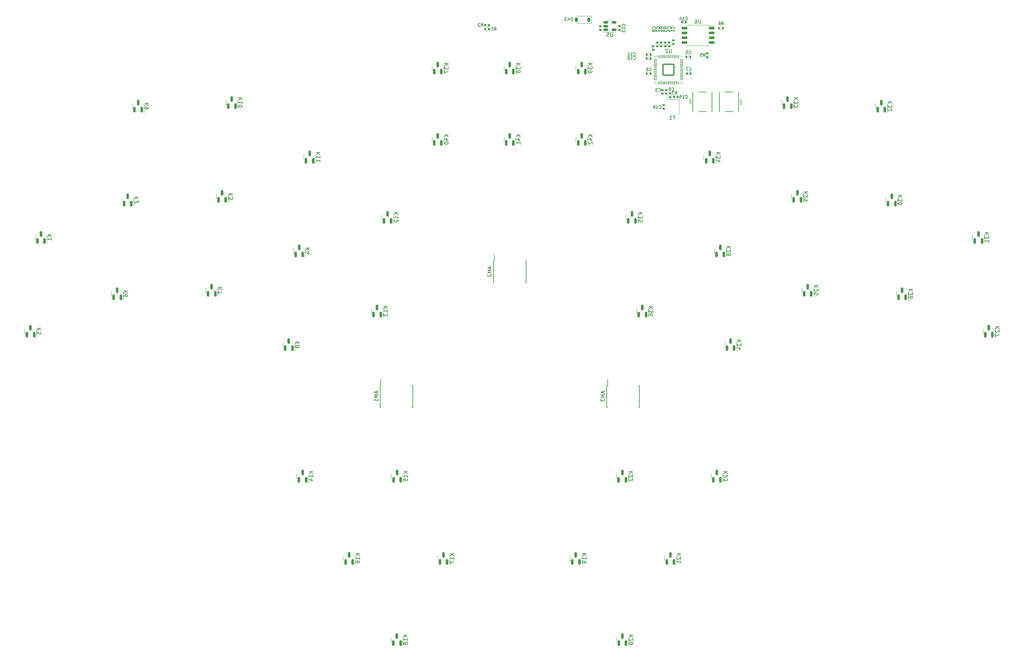
<source format=gbr>
%TF.GenerationSoftware,KiCad,Pcbnew,(7.0.0)*%
%TF.CreationDate,2024-07-28T23:05:56-04:00*%
%TF.ProjectId,ZBox3-0,5a426f78-332d-4302-9e6b-696361645f70,rev?*%
%TF.SameCoordinates,Original*%
%TF.FileFunction,Legend,Bot*%
%TF.FilePolarity,Positive*%
%FSLAX46Y46*%
G04 Gerber Fmt 4.6, Leading zero omitted, Abs format (unit mm)*
G04 Created by KiCad (PCBNEW (7.0.0)) date 2024-07-28 23:05:56*
%MOMM*%
%LPD*%
G01*
G04 APERTURE LIST*
G04 Aperture macros list*
%AMRoundRect*
0 Rectangle with rounded corners*
0 $1 Rounding radius*
0 $2 $3 $4 $5 $6 $7 $8 $9 X,Y pos of 4 corners*
0 Add a 4 corners polygon primitive as box body*
4,1,4,$2,$3,$4,$5,$6,$7,$8,$9,$2,$3,0*
0 Add four circle primitives for the rounded corners*
1,1,$1+$1,$2,$3*
1,1,$1+$1,$4,$5*
1,1,$1+$1,$6,$7*
1,1,$1+$1,$8,$9*
0 Add four rect primitives between the rounded corners*
20,1,$1+$1,$2,$3,$4,$5,0*
20,1,$1+$1,$4,$5,$6,$7,0*
20,1,$1+$1,$6,$7,$8,$9,0*
20,1,$1+$1,$8,$9,$2,$3,0*%
G04 Aperture macros list end*
%ADD10C,0.150000*%
%ADD11C,0.120000*%
%ADD12C,0.200000*%
%ADD13C,1.750000*%
%ADD14C,3.200000*%
%ADD15O,1.600000X2.000000*%
%ADD16RoundRect,0.140000X0.170000X-0.140000X0.170000X0.140000X-0.170000X0.140000X-0.170000X-0.140000X0*%
%ADD17RoundRect,0.140000X0.140000X0.170000X-0.140000X0.170000X-0.140000X-0.170000X0.140000X-0.170000X0*%
%ADD18R,0.450000X1.750000*%
%ADD19RoundRect,0.140000X-0.140000X-0.170000X0.140000X-0.170000X0.140000X0.170000X-0.140000X0.170000X0*%
%ADD20RoundRect,0.150000X0.150000X-0.587500X0.150000X0.587500X-0.150000X0.587500X-0.150000X-0.587500X0*%
%ADD21R,1.200000X1.400000*%
%ADD22RoundRect,0.150000X0.650000X0.150000X-0.650000X0.150000X-0.650000X-0.150000X0.650000X-0.150000X0*%
%ADD23RoundRect,0.140000X-0.170000X0.140000X-0.170000X-0.140000X0.170000X-0.140000X0.170000X0.140000X0*%
%ADD24R,0.750000X1.000000*%
%ADD25RoundRect,0.135000X-0.185000X0.135000X-0.185000X-0.135000X0.185000X-0.135000X0.185000X0.135000X0*%
%ADD26RoundRect,0.135000X0.135000X0.185000X-0.135000X0.185000X-0.135000X-0.185000X0.135000X-0.185000X0*%
%ADD27RoundRect,0.135000X0.185000X-0.135000X0.185000X0.135000X-0.185000X0.135000X-0.185000X-0.135000X0*%
%ADD28RoundRect,0.050000X0.387500X0.050000X-0.387500X0.050000X-0.387500X-0.050000X0.387500X-0.050000X0*%
%ADD29RoundRect,0.050000X0.050000X0.387500X-0.050000X0.387500X-0.050000X-0.387500X0.050000X-0.387500X0*%
%ADD30RoundRect,0.144000X1.456000X1.456000X-1.456000X1.456000X-1.456000X-1.456000X1.456000X-1.456000X0*%
%ADD31C,0.700000*%
%ADD32R,0.300000X0.900000*%
%ADD33C,0.650000*%
%ADD34O,1.000000X1.600000*%
%ADD35RoundRect,0.225000X0.225000X0.375000X-0.225000X0.375000X-0.225000X-0.375000X0.225000X-0.375000X0*%
%ADD36RoundRect,0.150000X-0.512500X-0.150000X0.512500X-0.150000X0.512500X0.150000X-0.512500X0.150000X0*%
G04 APERTURE END LIST*
D10*
%TO.C,C1*%
X233467714Y-53616667D02*
X233505809Y-53578571D01*
X233505809Y-53578571D02*
X233543904Y-53464286D01*
X233543904Y-53464286D02*
X233543904Y-53388095D01*
X233543904Y-53388095D02*
X233505809Y-53273809D01*
X233505809Y-53273809D02*
X233429619Y-53197619D01*
X233429619Y-53197619D02*
X233353428Y-53159524D01*
X233353428Y-53159524D02*
X233201047Y-53121428D01*
X233201047Y-53121428D02*
X233086761Y-53121428D01*
X233086761Y-53121428D02*
X232934380Y-53159524D01*
X232934380Y-53159524D02*
X232858190Y-53197619D01*
X232858190Y-53197619D02*
X232782000Y-53273809D01*
X232782000Y-53273809D02*
X232743904Y-53388095D01*
X232743904Y-53388095D02*
X232743904Y-53464286D01*
X232743904Y-53464286D02*
X232782000Y-53578571D01*
X232782000Y-53578571D02*
X232820095Y-53616667D01*
X233543904Y-54378571D02*
X233543904Y-53921428D01*
X233543904Y-54150000D02*
X232743904Y-54150000D01*
X232743904Y-54150000D02*
X232858190Y-54073809D01*
X232858190Y-54073809D02*
X232934380Y-53997619D01*
X232934380Y-53997619D02*
X232972476Y-53921428D01*
%TO.C,C15*%
X236514285Y-71967714D02*
X236552381Y-72005809D01*
X236552381Y-72005809D02*
X236666666Y-72043904D01*
X236666666Y-72043904D02*
X236742857Y-72043904D01*
X236742857Y-72043904D02*
X236857143Y-72005809D01*
X236857143Y-72005809D02*
X236933333Y-71929619D01*
X236933333Y-71929619D02*
X236971428Y-71853428D01*
X236971428Y-71853428D02*
X237009524Y-71701047D01*
X237009524Y-71701047D02*
X237009524Y-71586761D01*
X237009524Y-71586761D02*
X236971428Y-71434380D01*
X236971428Y-71434380D02*
X236933333Y-71358190D01*
X236933333Y-71358190D02*
X236857143Y-71282000D01*
X236857143Y-71282000D02*
X236742857Y-71243904D01*
X236742857Y-71243904D02*
X236666666Y-71243904D01*
X236666666Y-71243904D02*
X236552381Y-71282000D01*
X236552381Y-71282000D02*
X236514285Y-71320095D01*
X235752381Y-72043904D02*
X236209524Y-72043904D01*
X235980952Y-72043904D02*
X235980952Y-71243904D01*
X235980952Y-71243904D02*
X236057143Y-71358190D01*
X236057143Y-71358190D02*
X236133333Y-71434380D01*
X236133333Y-71434380D02*
X236209524Y-71472476D01*
X235028571Y-71243904D02*
X235409523Y-71243904D01*
X235409523Y-71243904D02*
X235447619Y-71624857D01*
X235447619Y-71624857D02*
X235409523Y-71586761D01*
X235409523Y-71586761D02*
X235333333Y-71548666D01*
X235333333Y-71548666D02*
X235142857Y-71548666D01*
X235142857Y-71548666D02*
X235066666Y-71586761D01*
X235066666Y-71586761D02*
X235028571Y-71624857D01*
X235028571Y-71624857D02*
X234990476Y-71701047D01*
X234990476Y-71701047D02*
X234990476Y-71891523D01*
X234990476Y-71891523D02*
X235028571Y-71967714D01*
X235028571Y-71967714D02*
X235066666Y-72005809D01*
X235066666Y-72005809D02*
X235142857Y-72043904D01*
X235142857Y-72043904D02*
X235333333Y-72043904D01*
X235333333Y-72043904D02*
X235409523Y-72005809D01*
X235409523Y-72005809D02*
X235447619Y-71967714D01*
%TO.C,AM2*%
X184831666Y-116714286D02*
X184831666Y-117190476D01*
X185117380Y-116619048D02*
X184117380Y-116952381D01*
X184117380Y-116952381D02*
X185117380Y-117285714D01*
X185117380Y-117619048D02*
X184117380Y-117619048D01*
X184117380Y-117619048D02*
X184831666Y-117952381D01*
X184831666Y-117952381D02*
X184117380Y-118285714D01*
X184117380Y-118285714D02*
X185117380Y-118285714D01*
X184212619Y-118714286D02*
X184165000Y-118761905D01*
X184165000Y-118761905D02*
X184117380Y-118857143D01*
X184117380Y-118857143D02*
X184117380Y-119095238D01*
X184117380Y-119095238D02*
X184165000Y-119190476D01*
X184165000Y-119190476D02*
X184212619Y-119238095D01*
X184212619Y-119238095D02*
X184307857Y-119285714D01*
X184307857Y-119285714D02*
X184403095Y-119285714D01*
X184403095Y-119285714D02*
X184545952Y-119238095D01*
X184545952Y-119238095D02*
X185117380Y-118666667D01*
X185117380Y-118666667D02*
X185117380Y-119285714D01*
%TO.C,C5*%
X237383332Y-60217714D02*
X237421428Y-60255809D01*
X237421428Y-60255809D02*
X237535713Y-60293904D01*
X237535713Y-60293904D02*
X237611904Y-60293904D01*
X237611904Y-60293904D02*
X237726190Y-60255809D01*
X237726190Y-60255809D02*
X237802380Y-60179619D01*
X237802380Y-60179619D02*
X237840475Y-60103428D01*
X237840475Y-60103428D02*
X237878571Y-59951047D01*
X237878571Y-59951047D02*
X237878571Y-59836761D01*
X237878571Y-59836761D02*
X237840475Y-59684380D01*
X237840475Y-59684380D02*
X237802380Y-59608190D01*
X237802380Y-59608190D02*
X237726190Y-59532000D01*
X237726190Y-59532000D02*
X237611904Y-59493904D01*
X237611904Y-59493904D02*
X237535713Y-59493904D01*
X237535713Y-59493904D02*
X237421428Y-59532000D01*
X237421428Y-59532000D02*
X237383332Y-59570095D01*
X236659523Y-59493904D02*
X237040475Y-59493904D01*
X237040475Y-59493904D02*
X237078571Y-59874857D01*
X237078571Y-59874857D02*
X237040475Y-59836761D01*
X237040475Y-59836761D02*
X236964285Y-59798666D01*
X236964285Y-59798666D02*
X236773809Y-59798666D01*
X236773809Y-59798666D02*
X236697618Y-59836761D01*
X236697618Y-59836761D02*
X236659523Y-59874857D01*
X236659523Y-59874857D02*
X236621428Y-59951047D01*
X236621428Y-59951047D02*
X236621428Y-60141523D01*
X236621428Y-60141523D02*
X236659523Y-60217714D01*
X236659523Y-60217714D02*
X236697618Y-60255809D01*
X236697618Y-60255809D02*
X236773809Y-60293904D01*
X236773809Y-60293904D02*
X236964285Y-60293904D01*
X236964285Y-60293904D02*
X237040475Y-60255809D01*
X237040475Y-60255809D02*
X237078571Y-60217714D01*
%TO.C,K40*%
X173726380Y-81733714D02*
X172726380Y-81733714D01*
X173726380Y-82305142D02*
X173154952Y-81876571D01*
X172726380Y-82305142D02*
X173297809Y-81733714D01*
X173059714Y-83162285D02*
X173726380Y-83162285D01*
X172678761Y-82924190D02*
X173393047Y-82686095D01*
X173393047Y-82686095D02*
X173393047Y-83305142D01*
X172726380Y-83876571D02*
X172726380Y-83971809D01*
X172726380Y-83971809D02*
X172774000Y-84067047D01*
X172774000Y-84067047D02*
X172821619Y-84114666D01*
X172821619Y-84114666D02*
X172916857Y-84162285D01*
X172916857Y-84162285D02*
X173107333Y-84209904D01*
X173107333Y-84209904D02*
X173345428Y-84209904D01*
X173345428Y-84209904D02*
X173535904Y-84162285D01*
X173535904Y-84162285D02*
X173631142Y-84114666D01*
X173631142Y-84114666D02*
X173678761Y-84067047D01*
X173678761Y-84067047D02*
X173726380Y-83971809D01*
X173726380Y-83971809D02*
X173726380Y-83876571D01*
X173726380Y-83876571D02*
X173678761Y-83781333D01*
X173678761Y-83781333D02*
X173631142Y-83733714D01*
X173631142Y-83733714D02*
X173535904Y-83686095D01*
X173535904Y-83686095D02*
X173345428Y-83638476D01*
X173345428Y-83638476D02*
X173107333Y-83638476D01*
X173107333Y-83638476D02*
X172916857Y-83686095D01*
X172916857Y-83686095D02*
X172821619Y-83733714D01*
X172821619Y-83733714D02*
X172774000Y-83781333D01*
X172774000Y-83781333D02*
X172726380Y-83876571D01*
%TO.C,K36*%
X227843380Y-127218714D02*
X226843380Y-127218714D01*
X227843380Y-127790142D02*
X227271952Y-127361571D01*
X226843380Y-127790142D02*
X227414809Y-127218714D01*
X226843380Y-128123476D02*
X226843380Y-128742523D01*
X226843380Y-128742523D02*
X227224333Y-128409190D01*
X227224333Y-128409190D02*
X227224333Y-128552047D01*
X227224333Y-128552047D02*
X227271952Y-128647285D01*
X227271952Y-128647285D02*
X227319571Y-128694904D01*
X227319571Y-128694904D02*
X227414809Y-128742523D01*
X227414809Y-128742523D02*
X227652904Y-128742523D01*
X227652904Y-128742523D02*
X227748142Y-128694904D01*
X227748142Y-128694904D02*
X227795761Y-128647285D01*
X227795761Y-128647285D02*
X227843380Y-128552047D01*
X227843380Y-128552047D02*
X227843380Y-128266333D01*
X227843380Y-128266333D02*
X227795761Y-128171095D01*
X227795761Y-128171095D02*
X227748142Y-128123476D01*
X226843380Y-129599666D02*
X226843380Y-129409190D01*
X226843380Y-129409190D02*
X226891000Y-129313952D01*
X226891000Y-129313952D02*
X226938619Y-129266333D01*
X226938619Y-129266333D02*
X227081476Y-129171095D01*
X227081476Y-129171095D02*
X227271952Y-129123476D01*
X227271952Y-129123476D02*
X227652904Y-129123476D01*
X227652904Y-129123476D02*
X227748142Y-129171095D01*
X227748142Y-129171095D02*
X227795761Y-129218714D01*
X227795761Y-129218714D02*
X227843380Y-129313952D01*
X227843380Y-129313952D02*
X227843380Y-129504428D01*
X227843380Y-129504428D02*
X227795761Y-129599666D01*
X227795761Y-129599666D02*
X227748142Y-129647285D01*
X227748142Y-129647285D02*
X227652904Y-129694904D01*
X227652904Y-129694904D02*
X227414809Y-129694904D01*
X227414809Y-129694904D02*
X227319571Y-129647285D01*
X227319571Y-129647285D02*
X227271952Y-129599666D01*
X227271952Y-129599666D02*
X227224333Y-129504428D01*
X227224333Y-129504428D02*
X227224333Y-129313952D01*
X227224333Y-129313952D02*
X227271952Y-129218714D01*
X227271952Y-129218714D02*
X227319571Y-129171095D01*
X227319571Y-129171095D02*
X227414809Y-129123476D01*
%TO.C,Y1*%
X233476190Y-77141190D02*
X233476190Y-77617380D01*
X233809523Y-76617380D02*
X233476190Y-77141190D01*
X233476190Y-77141190D02*
X233142857Y-76617380D01*
X232285714Y-77617380D02*
X232857142Y-77617380D01*
X232571428Y-77617380D02*
X232571428Y-76617380D01*
X232571428Y-76617380D02*
X232666666Y-76760238D01*
X232666666Y-76760238D02*
X232761904Y-76855476D01*
X232761904Y-76855476D02*
X232857142Y-76903095D01*
%TO.C,K6*%
X88909380Y-123099905D02*
X87909380Y-123099905D01*
X88909380Y-123671333D02*
X88337952Y-123242762D01*
X87909380Y-123671333D02*
X88480809Y-123099905D01*
X87909380Y-124528476D02*
X87909380Y-124338000D01*
X87909380Y-124338000D02*
X87957000Y-124242762D01*
X87957000Y-124242762D02*
X88004619Y-124195143D01*
X88004619Y-124195143D02*
X88147476Y-124099905D01*
X88147476Y-124099905D02*
X88337952Y-124052286D01*
X88337952Y-124052286D02*
X88718904Y-124052286D01*
X88718904Y-124052286D02*
X88814142Y-124099905D01*
X88814142Y-124099905D02*
X88861761Y-124147524D01*
X88861761Y-124147524D02*
X88909380Y-124242762D01*
X88909380Y-124242762D02*
X88909380Y-124433238D01*
X88909380Y-124433238D02*
X88861761Y-124528476D01*
X88861761Y-124528476D02*
X88814142Y-124576095D01*
X88814142Y-124576095D02*
X88718904Y-124623714D01*
X88718904Y-124623714D02*
X88480809Y-124623714D01*
X88480809Y-124623714D02*
X88385571Y-124576095D01*
X88385571Y-124576095D02*
X88337952Y-124528476D01*
X88337952Y-124528476D02*
X88290333Y-124433238D01*
X88290333Y-124433238D02*
X88290333Y-124242762D01*
X88290333Y-124242762D02*
X88337952Y-124147524D01*
X88337952Y-124147524D02*
X88385571Y-124099905D01*
X88385571Y-124099905D02*
X88480809Y-124052286D01*
%TO.C,AM1*%
X154831666Y-149714286D02*
X154831666Y-150190476D01*
X155117380Y-149619048D02*
X154117380Y-149952381D01*
X154117380Y-149952381D02*
X155117380Y-150285714D01*
X155117380Y-150619048D02*
X154117380Y-150619048D01*
X154117380Y-150619048D02*
X154831666Y-150952381D01*
X154831666Y-150952381D02*
X154117380Y-151285714D01*
X154117380Y-151285714D02*
X155117380Y-151285714D01*
X155117380Y-152285714D02*
X155117380Y-151714286D01*
X155117380Y-152000000D02*
X154117380Y-152000000D01*
X154117380Y-152000000D02*
X154260238Y-151904762D01*
X154260238Y-151904762D02*
X154355476Y-151809524D01*
X154355476Y-151809524D02*
X154403095Y-151714286D01*
%TO.C,K28*%
X248438380Y-111277714D02*
X247438380Y-111277714D01*
X248438380Y-111849142D02*
X247866952Y-111420571D01*
X247438380Y-111849142D02*
X248009809Y-111277714D01*
X247533619Y-112230095D02*
X247486000Y-112277714D01*
X247486000Y-112277714D02*
X247438380Y-112372952D01*
X247438380Y-112372952D02*
X247438380Y-112611047D01*
X247438380Y-112611047D02*
X247486000Y-112706285D01*
X247486000Y-112706285D02*
X247533619Y-112753904D01*
X247533619Y-112753904D02*
X247628857Y-112801523D01*
X247628857Y-112801523D02*
X247724095Y-112801523D01*
X247724095Y-112801523D02*
X247866952Y-112753904D01*
X247866952Y-112753904D02*
X248438380Y-112182476D01*
X248438380Y-112182476D02*
X248438380Y-112801523D01*
X247866952Y-113372952D02*
X247819333Y-113277714D01*
X247819333Y-113277714D02*
X247771714Y-113230095D01*
X247771714Y-113230095D02*
X247676476Y-113182476D01*
X247676476Y-113182476D02*
X247628857Y-113182476D01*
X247628857Y-113182476D02*
X247533619Y-113230095D01*
X247533619Y-113230095D02*
X247486000Y-113277714D01*
X247486000Y-113277714D02*
X247438380Y-113372952D01*
X247438380Y-113372952D02*
X247438380Y-113563428D01*
X247438380Y-113563428D02*
X247486000Y-113658666D01*
X247486000Y-113658666D02*
X247533619Y-113706285D01*
X247533619Y-113706285D02*
X247628857Y-113753904D01*
X247628857Y-113753904D02*
X247676476Y-113753904D01*
X247676476Y-113753904D02*
X247771714Y-113706285D01*
X247771714Y-113706285D02*
X247819333Y-113658666D01*
X247819333Y-113658666D02*
X247866952Y-113563428D01*
X247866952Y-113563428D02*
X247866952Y-113372952D01*
X247866952Y-113372952D02*
X247914571Y-113277714D01*
X247914571Y-113277714D02*
X247962190Y-113230095D01*
X247962190Y-113230095D02*
X248057428Y-113182476D01*
X248057428Y-113182476D02*
X248247904Y-113182476D01*
X248247904Y-113182476D02*
X248343142Y-113230095D01*
X248343142Y-113230095D02*
X248390761Y-113277714D01*
X248390761Y-113277714D02*
X248438380Y-113372952D01*
X248438380Y-113372952D02*
X248438380Y-113563428D01*
X248438380Y-113563428D02*
X248390761Y-113658666D01*
X248390761Y-113658666D02*
X248343142Y-113706285D01*
X248343142Y-113706285D02*
X248247904Y-113753904D01*
X248247904Y-113753904D02*
X248057428Y-113753904D01*
X248057428Y-113753904D02*
X247962190Y-113706285D01*
X247962190Y-113706285D02*
X247914571Y-113658666D01*
X247914571Y-113658666D02*
X247866952Y-113563428D01*
%TO.C,K33*%
X266281380Y-71985714D02*
X265281380Y-71985714D01*
X266281380Y-72557142D02*
X265709952Y-72128571D01*
X265281380Y-72557142D02*
X265852809Y-71985714D01*
X265281380Y-72890476D02*
X265281380Y-73509523D01*
X265281380Y-73509523D02*
X265662333Y-73176190D01*
X265662333Y-73176190D02*
X265662333Y-73319047D01*
X265662333Y-73319047D02*
X265709952Y-73414285D01*
X265709952Y-73414285D02*
X265757571Y-73461904D01*
X265757571Y-73461904D02*
X265852809Y-73509523D01*
X265852809Y-73509523D02*
X266090904Y-73509523D01*
X266090904Y-73509523D02*
X266186142Y-73461904D01*
X266186142Y-73461904D02*
X266233761Y-73414285D01*
X266233761Y-73414285D02*
X266281380Y-73319047D01*
X266281380Y-73319047D02*
X266281380Y-73033333D01*
X266281380Y-73033333D02*
X266233761Y-72938095D01*
X266233761Y-72938095D02*
X266186142Y-72890476D01*
X265281380Y-73842857D02*
X265281380Y-74461904D01*
X265281380Y-74461904D02*
X265662333Y-74128571D01*
X265662333Y-74128571D02*
X265662333Y-74271428D01*
X265662333Y-74271428D02*
X265709952Y-74366666D01*
X265709952Y-74366666D02*
X265757571Y-74414285D01*
X265757571Y-74414285D02*
X265852809Y-74461904D01*
X265852809Y-74461904D02*
X266090904Y-74461904D01*
X266090904Y-74461904D02*
X266186142Y-74414285D01*
X266186142Y-74414285D02*
X266233761Y-74366666D01*
X266233761Y-74366666D02*
X266281380Y-74271428D01*
X266281380Y-74271428D02*
X266281380Y-73985714D01*
X266281380Y-73985714D02*
X266233761Y-73890476D01*
X266233761Y-73890476D02*
X266186142Y-73842857D01*
%TO.C,K12*%
X160421380Y-102371714D02*
X159421380Y-102371714D01*
X160421380Y-102943142D02*
X159849952Y-102514571D01*
X159421380Y-102943142D02*
X159992809Y-102371714D01*
X160421380Y-103895523D02*
X160421380Y-103324095D01*
X160421380Y-103609809D02*
X159421380Y-103609809D01*
X159421380Y-103609809D02*
X159564238Y-103514571D01*
X159564238Y-103514571D02*
X159659476Y-103419333D01*
X159659476Y-103419333D02*
X159707095Y-103324095D01*
X159516619Y-104276476D02*
X159469000Y-104324095D01*
X159469000Y-104324095D02*
X159421380Y-104419333D01*
X159421380Y-104419333D02*
X159421380Y-104657428D01*
X159421380Y-104657428D02*
X159469000Y-104752666D01*
X159469000Y-104752666D02*
X159516619Y-104800285D01*
X159516619Y-104800285D02*
X159611857Y-104847904D01*
X159611857Y-104847904D02*
X159707095Y-104847904D01*
X159707095Y-104847904D02*
X159849952Y-104800285D01*
X159849952Y-104800285D02*
X160421380Y-104228857D01*
X160421380Y-104228857D02*
X160421380Y-104847904D01*
%TO.C,U6*%
X240561904Y-51207380D02*
X240561904Y-52016904D01*
X240561904Y-52016904D02*
X240514285Y-52112142D01*
X240514285Y-52112142D02*
X240466666Y-52159761D01*
X240466666Y-52159761D02*
X240371428Y-52207380D01*
X240371428Y-52207380D02*
X240180952Y-52207380D01*
X240180952Y-52207380D02*
X240085714Y-52159761D01*
X240085714Y-52159761D02*
X240038095Y-52112142D01*
X240038095Y-52112142D02*
X239990476Y-52016904D01*
X239990476Y-52016904D02*
X239990476Y-51207380D01*
X239085714Y-51207380D02*
X239276190Y-51207380D01*
X239276190Y-51207380D02*
X239371428Y-51255000D01*
X239371428Y-51255000D02*
X239419047Y-51302619D01*
X239419047Y-51302619D02*
X239514285Y-51445476D01*
X239514285Y-51445476D02*
X239561904Y-51635952D01*
X239561904Y-51635952D02*
X239561904Y-52016904D01*
X239561904Y-52016904D02*
X239514285Y-52112142D01*
X239514285Y-52112142D02*
X239466666Y-52159761D01*
X239466666Y-52159761D02*
X239371428Y-52207380D01*
X239371428Y-52207380D02*
X239180952Y-52207380D01*
X239180952Y-52207380D02*
X239085714Y-52159761D01*
X239085714Y-52159761D02*
X239038095Y-52112142D01*
X239038095Y-52112142D02*
X238990476Y-52016904D01*
X238990476Y-52016904D02*
X238990476Y-51778809D01*
X238990476Y-51778809D02*
X239038095Y-51683571D01*
X239038095Y-51683571D02*
X239085714Y-51635952D01*
X239085714Y-51635952D02*
X239180952Y-51588333D01*
X239180952Y-51588333D02*
X239371428Y-51588333D01*
X239371428Y-51588333D02*
X239466666Y-51635952D01*
X239466666Y-51635952D02*
X239514285Y-51683571D01*
X239514285Y-51683571D02*
X239561904Y-51778809D01*
%TO.C,C6*%
X226883332Y-64717714D02*
X226921428Y-64755809D01*
X226921428Y-64755809D02*
X227035713Y-64793904D01*
X227035713Y-64793904D02*
X227111904Y-64793904D01*
X227111904Y-64793904D02*
X227226190Y-64755809D01*
X227226190Y-64755809D02*
X227302380Y-64679619D01*
X227302380Y-64679619D02*
X227340475Y-64603428D01*
X227340475Y-64603428D02*
X227378571Y-64451047D01*
X227378571Y-64451047D02*
X227378571Y-64336761D01*
X227378571Y-64336761D02*
X227340475Y-64184380D01*
X227340475Y-64184380D02*
X227302380Y-64108190D01*
X227302380Y-64108190D02*
X227226190Y-64032000D01*
X227226190Y-64032000D02*
X227111904Y-63993904D01*
X227111904Y-63993904D02*
X227035713Y-63993904D01*
X227035713Y-63993904D02*
X226921428Y-64032000D01*
X226921428Y-64032000D02*
X226883332Y-64070095D01*
X226197618Y-63993904D02*
X226349999Y-63993904D01*
X226349999Y-63993904D02*
X226426190Y-64032000D01*
X226426190Y-64032000D02*
X226464285Y-64070095D01*
X226464285Y-64070095D02*
X226540475Y-64184380D01*
X226540475Y-64184380D02*
X226578571Y-64336761D01*
X226578571Y-64336761D02*
X226578571Y-64641523D01*
X226578571Y-64641523D02*
X226540475Y-64717714D01*
X226540475Y-64717714D02*
X226502380Y-64755809D01*
X226502380Y-64755809D02*
X226426190Y-64793904D01*
X226426190Y-64793904D02*
X226273809Y-64793904D01*
X226273809Y-64793904D02*
X226197618Y-64755809D01*
X226197618Y-64755809D02*
X226159523Y-64717714D01*
X226159523Y-64717714D02*
X226121428Y-64641523D01*
X226121428Y-64641523D02*
X226121428Y-64451047D01*
X226121428Y-64451047D02*
X226159523Y-64374857D01*
X226159523Y-64374857D02*
X226197618Y-64336761D01*
X226197618Y-64336761D02*
X226273809Y-64298666D01*
X226273809Y-64298666D02*
X226426190Y-64298666D01*
X226426190Y-64298666D02*
X226502380Y-64336761D01*
X226502380Y-64336761D02*
X226540475Y-64374857D01*
X226540475Y-64374857D02*
X226578571Y-64451047D01*
%TO.C,K35*%
X225078380Y-102371714D02*
X224078380Y-102371714D01*
X225078380Y-102943142D02*
X224506952Y-102514571D01*
X224078380Y-102943142D02*
X224649809Y-102371714D01*
X224078380Y-103276476D02*
X224078380Y-103895523D01*
X224078380Y-103895523D02*
X224459333Y-103562190D01*
X224459333Y-103562190D02*
X224459333Y-103705047D01*
X224459333Y-103705047D02*
X224506952Y-103800285D01*
X224506952Y-103800285D02*
X224554571Y-103847904D01*
X224554571Y-103847904D02*
X224649809Y-103895523D01*
X224649809Y-103895523D02*
X224887904Y-103895523D01*
X224887904Y-103895523D02*
X224983142Y-103847904D01*
X224983142Y-103847904D02*
X225030761Y-103800285D01*
X225030761Y-103800285D02*
X225078380Y-103705047D01*
X225078380Y-103705047D02*
X225078380Y-103419333D01*
X225078380Y-103419333D02*
X225030761Y-103324095D01*
X225030761Y-103324095D02*
X224983142Y-103276476D01*
X224078380Y-104800285D02*
X224078380Y-104324095D01*
X224078380Y-104324095D02*
X224554571Y-104276476D01*
X224554571Y-104276476D02*
X224506952Y-104324095D01*
X224506952Y-104324095D02*
X224459333Y-104419333D01*
X224459333Y-104419333D02*
X224459333Y-104657428D01*
X224459333Y-104657428D02*
X224506952Y-104752666D01*
X224506952Y-104752666D02*
X224554571Y-104800285D01*
X224554571Y-104800285D02*
X224649809Y-104847904D01*
X224649809Y-104847904D02*
X224887904Y-104847904D01*
X224887904Y-104847904D02*
X224983142Y-104800285D01*
X224983142Y-104800285D02*
X225030761Y-104752666D01*
X225030761Y-104752666D02*
X225078380Y-104657428D01*
X225078380Y-104657428D02*
X225078380Y-104419333D01*
X225078380Y-104419333D02*
X225030761Y-104324095D01*
X225030761Y-104324095D02*
X224983142Y-104276476D01*
%TO.C,K25*%
X271607380Y-121678714D02*
X270607380Y-121678714D01*
X271607380Y-122250142D02*
X271035952Y-121821571D01*
X270607380Y-122250142D02*
X271178809Y-121678714D01*
X270702619Y-122631095D02*
X270655000Y-122678714D01*
X270655000Y-122678714D02*
X270607380Y-122773952D01*
X270607380Y-122773952D02*
X270607380Y-123012047D01*
X270607380Y-123012047D02*
X270655000Y-123107285D01*
X270655000Y-123107285D02*
X270702619Y-123154904D01*
X270702619Y-123154904D02*
X270797857Y-123202523D01*
X270797857Y-123202523D02*
X270893095Y-123202523D01*
X270893095Y-123202523D02*
X271035952Y-123154904D01*
X271035952Y-123154904D02*
X271607380Y-122583476D01*
X271607380Y-122583476D02*
X271607380Y-123202523D01*
X270607380Y-124107285D02*
X270607380Y-123631095D01*
X270607380Y-123631095D02*
X271083571Y-123583476D01*
X271083571Y-123583476D02*
X271035952Y-123631095D01*
X271035952Y-123631095D02*
X270988333Y-123726333D01*
X270988333Y-123726333D02*
X270988333Y-123964428D01*
X270988333Y-123964428D02*
X271035952Y-124059666D01*
X271035952Y-124059666D02*
X271083571Y-124107285D01*
X271083571Y-124107285D02*
X271178809Y-124154904D01*
X271178809Y-124154904D02*
X271416904Y-124154904D01*
X271416904Y-124154904D02*
X271512142Y-124107285D01*
X271512142Y-124107285D02*
X271559761Y-124059666D01*
X271559761Y-124059666D02*
X271607380Y-123964428D01*
X271607380Y-123964428D02*
X271607380Y-123726333D01*
X271607380Y-123726333D02*
X271559761Y-123631095D01*
X271559761Y-123631095D02*
X271512142Y-123583476D01*
%TO.C,C3*%
X229383332Y-70217714D02*
X229421428Y-70255809D01*
X229421428Y-70255809D02*
X229535713Y-70293904D01*
X229535713Y-70293904D02*
X229611904Y-70293904D01*
X229611904Y-70293904D02*
X229726190Y-70255809D01*
X229726190Y-70255809D02*
X229802380Y-70179619D01*
X229802380Y-70179619D02*
X229840475Y-70103428D01*
X229840475Y-70103428D02*
X229878571Y-69951047D01*
X229878571Y-69951047D02*
X229878571Y-69836761D01*
X229878571Y-69836761D02*
X229840475Y-69684380D01*
X229840475Y-69684380D02*
X229802380Y-69608190D01*
X229802380Y-69608190D02*
X229726190Y-69532000D01*
X229726190Y-69532000D02*
X229611904Y-69493904D01*
X229611904Y-69493904D02*
X229535713Y-69493904D01*
X229535713Y-69493904D02*
X229421428Y-69532000D01*
X229421428Y-69532000D02*
X229383332Y-69570095D01*
X229116666Y-69493904D02*
X228621428Y-69493904D01*
X228621428Y-69493904D02*
X228888094Y-69798666D01*
X228888094Y-69798666D02*
X228773809Y-69798666D01*
X228773809Y-69798666D02*
X228697618Y-69836761D01*
X228697618Y-69836761D02*
X228659523Y-69874857D01*
X228659523Y-69874857D02*
X228621428Y-69951047D01*
X228621428Y-69951047D02*
X228621428Y-70141523D01*
X228621428Y-70141523D02*
X228659523Y-70217714D01*
X228659523Y-70217714D02*
X228697618Y-70255809D01*
X228697618Y-70255809D02*
X228773809Y-70293904D01*
X228773809Y-70293904D02*
X229002380Y-70293904D01*
X229002380Y-70293904D02*
X229078571Y-70255809D01*
X229078571Y-70255809D02*
X229116666Y-70217714D01*
D11*
%TO.C,SW2*%
X251322880Y-72365334D02*
X251346690Y-72436762D01*
X251346690Y-72436762D02*
X251346690Y-72555810D01*
X251346690Y-72555810D02*
X251322880Y-72603429D01*
X251322880Y-72603429D02*
X251299071Y-72627238D01*
X251299071Y-72627238D02*
X251251452Y-72651048D01*
X251251452Y-72651048D02*
X251203833Y-72651048D01*
X251203833Y-72651048D02*
X251156214Y-72627238D01*
X251156214Y-72627238D02*
X251132404Y-72603429D01*
X251132404Y-72603429D02*
X251108595Y-72555810D01*
X251108595Y-72555810D02*
X251084785Y-72460572D01*
X251084785Y-72460572D02*
X251060976Y-72412953D01*
X251060976Y-72412953D02*
X251037166Y-72389143D01*
X251037166Y-72389143D02*
X250989547Y-72365334D01*
X250989547Y-72365334D02*
X250941928Y-72365334D01*
X250941928Y-72365334D02*
X250894309Y-72389143D01*
X250894309Y-72389143D02*
X250870500Y-72412953D01*
X250870500Y-72412953D02*
X250846690Y-72460572D01*
X250846690Y-72460572D02*
X250846690Y-72579619D01*
X250846690Y-72579619D02*
X250870500Y-72651048D01*
X250846690Y-72817714D02*
X251346690Y-72936762D01*
X251346690Y-72936762D02*
X250989547Y-73032000D01*
X250989547Y-73032000D02*
X251346690Y-73127238D01*
X251346690Y-73127238D02*
X250846690Y-73246286D01*
X250894309Y-73412953D02*
X250870500Y-73436762D01*
X250870500Y-73436762D02*
X250846690Y-73484381D01*
X250846690Y-73484381D02*
X250846690Y-73603429D01*
X250846690Y-73603429D02*
X250870500Y-73651048D01*
X250870500Y-73651048D02*
X250894309Y-73674857D01*
X250894309Y-73674857D02*
X250941928Y-73698667D01*
X250941928Y-73698667D02*
X250989547Y-73698667D01*
X250989547Y-73698667D02*
X251060976Y-73674857D01*
X251060976Y-73674857D02*
X251346690Y-73389143D01*
X251346690Y-73389143D02*
X251346690Y-73698667D01*
D10*
%TO.C,R3*%
X231543904Y-53616667D02*
X231162952Y-53350000D01*
X231543904Y-53159524D02*
X230743904Y-53159524D01*
X230743904Y-53159524D02*
X230743904Y-53464286D01*
X230743904Y-53464286D02*
X230782000Y-53540476D01*
X230782000Y-53540476D02*
X230820095Y-53578571D01*
X230820095Y-53578571D02*
X230896285Y-53616667D01*
X230896285Y-53616667D02*
X231010571Y-53616667D01*
X231010571Y-53616667D02*
X231086761Y-53578571D01*
X231086761Y-53578571D02*
X231124857Y-53540476D01*
X231124857Y-53540476D02*
X231162952Y-53464286D01*
X231162952Y-53464286D02*
X231162952Y-53159524D01*
X230743904Y-53883333D02*
X230743904Y-54378571D01*
X230743904Y-54378571D02*
X231048666Y-54111905D01*
X231048666Y-54111905D02*
X231048666Y-54226190D01*
X231048666Y-54226190D02*
X231086761Y-54302381D01*
X231086761Y-54302381D02*
X231124857Y-54340476D01*
X231124857Y-54340476D02*
X231201047Y-54378571D01*
X231201047Y-54378571D02*
X231391523Y-54378571D01*
X231391523Y-54378571D02*
X231467714Y-54340476D01*
X231467714Y-54340476D02*
X231505809Y-54302381D01*
X231505809Y-54302381D02*
X231543904Y-54226190D01*
X231543904Y-54226190D02*
X231543904Y-53997619D01*
X231543904Y-53997619D02*
X231505809Y-53921428D01*
X231505809Y-53921428D02*
X231467714Y-53883333D01*
%TO.C,K19*%
X210249380Y-192700714D02*
X209249380Y-192700714D01*
X210249380Y-193272142D02*
X209677952Y-192843571D01*
X209249380Y-193272142D02*
X209820809Y-192700714D01*
X210249380Y-194224523D02*
X210249380Y-193653095D01*
X210249380Y-193938809D02*
X209249380Y-193938809D01*
X209249380Y-193938809D02*
X209392238Y-193843571D01*
X209392238Y-193843571D02*
X209487476Y-193748333D01*
X209487476Y-193748333D02*
X209535095Y-193653095D01*
X210249380Y-194700714D02*
X210249380Y-194891190D01*
X210249380Y-194891190D02*
X210201761Y-194986428D01*
X210201761Y-194986428D02*
X210154142Y-195034047D01*
X210154142Y-195034047D02*
X210011285Y-195129285D01*
X210011285Y-195129285D02*
X209820809Y-195176904D01*
X209820809Y-195176904D02*
X209439857Y-195176904D01*
X209439857Y-195176904D02*
X209344619Y-195129285D01*
X209344619Y-195129285D02*
X209297000Y-195081666D01*
X209297000Y-195081666D02*
X209249380Y-194986428D01*
X209249380Y-194986428D02*
X209249380Y-194795952D01*
X209249380Y-194795952D02*
X209297000Y-194700714D01*
X209297000Y-194700714D02*
X209344619Y-194653095D01*
X209344619Y-194653095D02*
X209439857Y-194605476D01*
X209439857Y-194605476D02*
X209677952Y-194605476D01*
X209677952Y-194605476D02*
X209773190Y-194653095D01*
X209773190Y-194653095D02*
X209820809Y-194700714D01*
X209820809Y-194700714D02*
X209868428Y-194795952D01*
X209868428Y-194795952D02*
X209868428Y-194986428D01*
X209868428Y-194986428D02*
X209820809Y-195081666D01*
X209820809Y-195081666D02*
X209773190Y-195129285D01*
X209773190Y-195129285D02*
X209677952Y-195176904D01*
%TO.C,K4*%
X137061380Y-111753905D02*
X136061380Y-111753905D01*
X137061380Y-112325333D02*
X136489952Y-111896762D01*
X136061380Y-112325333D02*
X136632809Y-111753905D01*
X136394714Y-113182476D02*
X137061380Y-113182476D01*
X136013761Y-112944381D02*
X136728047Y-112706286D01*
X136728047Y-112706286D02*
X136728047Y-113325333D01*
%TO.C,R5*%
X241163332Y-60993904D02*
X241429999Y-60612952D01*
X241620475Y-60993904D02*
X241620475Y-60193904D01*
X241620475Y-60193904D02*
X241315713Y-60193904D01*
X241315713Y-60193904D02*
X241239523Y-60232000D01*
X241239523Y-60232000D02*
X241201428Y-60270095D01*
X241201428Y-60270095D02*
X241163332Y-60346285D01*
X241163332Y-60346285D02*
X241163332Y-60460571D01*
X241163332Y-60460571D02*
X241201428Y-60536761D01*
X241201428Y-60536761D02*
X241239523Y-60574857D01*
X241239523Y-60574857D02*
X241315713Y-60612952D01*
X241315713Y-60612952D02*
X241620475Y-60612952D01*
X240439523Y-60193904D02*
X240820475Y-60193904D01*
X240820475Y-60193904D02*
X240858571Y-60574857D01*
X240858571Y-60574857D02*
X240820475Y-60536761D01*
X240820475Y-60536761D02*
X240744285Y-60498666D01*
X240744285Y-60498666D02*
X240553809Y-60498666D01*
X240553809Y-60498666D02*
X240477618Y-60536761D01*
X240477618Y-60536761D02*
X240439523Y-60574857D01*
X240439523Y-60574857D02*
X240401428Y-60651047D01*
X240401428Y-60651047D02*
X240401428Y-60841523D01*
X240401428Y-60841523D02*
X240439523Y-60917714D01*
X240439523Y-60917714D02*
X240477618Y-60955809D01*
X240477618Y-60955809D02*
X240553809Y-60993904D01*
X240553809Y-60993904D02*
X240744285Y-60993904D01*
X240744285Y-60993904D02*
X240820475Y-60955809D01*
X240820475Y-60955809D02*
X240858571Y-60917714D01*
%TO.C,K20*%
X222587380Y-214256714D02*
X221587380Y-214256714D01*
X222587380Y-214828142D02*
X222015952Y-214399571D01*
X221587380Y-214828142D02*
X222158809Y-214256714D01*
X221682619Y-215209095D02*
X221635000Y-215256714D01*
X221635000Y-215256714D02*
X221587380Y-215351952D01*
X221587380Y-215351952D02*
X221587380Y-215590047D01*
X221587380Y-215590047D02*
X221635000Y-215685285D01*
X221635000Y-215685285D02*
X221682619Y-215732904D01*
X221682619Y-215732904D02*
X221777857Y-215780523D01*
X221777857Y-215780523D02*
X221873095Y-215780523D01*
X221873095Y-215780523D02*
X222015952Y-215732904D01*
X222015952Y-215732904D02*
X222587380Y-215161476D01*
X222587380Y-215161476D02*
X222587380Y-215780523D01*
X221587380Y-216399571D02*
X221587380Y-216494809D01*
X221587380Y-216494809D02*
X221635000Y-216590047D01*
X221635000Y-216590047D02*
X221682619Y-216637666D01*
X221682619Y-216637666D02*
X221777857Y-216685285D01*
X221777857Y-216685285D02*
X221968333Y-216732904D01*
X221968333Y-216732904D02*
X222206428Y-216732904D01*
X222206428Y-216732904D02*
X222396904Y-216685285D01*
X222396904Y-216685285D02*
X222492142Y-216637666D01*
X222492142Y-216637666D02*
X222539761Y-216590047D01*
X222539761Y-216590047D02*
X222587380Y-216494809D01*
X222587380Y-216494809D02*
X222587380Y-216399571D01*
X222587380Y-216399571D02*
X222539761Y-216304333D01*
X222539761Y-216304333D02*
X222492142Y-216256714D01*
X222492142Y-216256714D02*
X222396904Y-216209095D01*
X222396904Y-216209095D02*
X222206428Y-216161476D01*
X222206428Y-216161476D02*
X221968333Y-216161476D01*
X221968333Y-216161476D02*
X221777857Y-216209095D01*
X221777857Y-216209095D02*
X221682619Y-216256714D01*
X221682619Y-216256714D02*
X221635000Y-216304333D01*
X221635000Y-216304333D02*
X221587380Y-216399571D01*
%TO.C,C14*%
X236514285Y-51217714D02*
X236552381Y-51255809D01*
X236552381Y-51255809D02*
X236666666Y-51293904D01*
X236666666Y-51293904D02*
X236742857Y-51293904D01*
X236742857Y-51293904D02*
X236857143Y-51255809D01*
X236857143Y-51255809D02*
X236933333Y-51179619D01*
X236933333Y-51179619D02*
X236971428Y-51103428D01*
X236971428Y-51103428D02*
X237009524Y-50951047D01*
X237009524Y-50951047D02*
X237009524Y-50836761D01*
X237009524Y-50836761D02*
X236971428Y-50684380D01*
X236971428Y-50684380D02*
X236933333Y-50608190D01*
X236933333Y-50608190D02*
X236857143Y-50532000D01*
X236857143Y-50532000D02*
X236742857Y-50493904D01*
X236742857Y-50493904D02*
X236666666Y-50493904D01*
X236666666Y-50493904D02*
X236552381Y-50532000D01*
X236552381Y-50532000D02*
X236514285Y-50570095D01*
X235752381Y-51293904D02*
X236209524Y-51293904D01*
X235980952Y-51293904D02*
X235980952Y-50493904D01*
X235980952Y-50493904D02*
X236057143Y-50608190D01*
X236057143Y-50608190D02*
X236133333Y-50684380D01*
X236133333Y-50684380D02*
X236209524Y-50722476D01*
X235066666Y-50760571D02*
X235066666Y-51293904D01*
X235257142Y-50455809D02*
X235447619Y-51027238D01*
X235447619Y-51027238D02*
X234952380Y-51027238D01*
%TO.C,C10*%
X222764285Y-61717714D02*
X222802381Y-61755809D01*
X222802381Y-61755809D02*
X222916666Y-61793904D01*
X222916666Y-61793904D02*
X222992857Y-61793904D01*
X222992857Y-61793904D02*
X223107143Y-61755809D01*
X223107143Y-61755809D02*
X223183333Y-61679619D01*
X223183333Y-61679619D02*
X223221428Y-61603428D01*
X223221428Y-61603428D02*
X223259524Y-61451047D01*
X223259524Y-61451047D02*
X223259524Y-61336761D01*
X223259524Y-61336761D02*
X223221428Y-61184380D01*
X223221428Y-61184380D02*
X223183333Y-61108190D01*
X223183333Y-61108190D02*
X223107143Y-61032000D01*
X223107143Y-61032000D02*
X222992857Y-60993904D01*
X222992857Y-60993904D02*
X222916666Y-60993904D01*
X222916666Y-60993904D02*
X222802381Y-61032000D01*
X222802381Y-61032000D02*
X222764285Y-61070095D01*
X222002381Y-61793904D02*
X222459524Y-61793904D01*
X222230952Y-61793904D02*
X222230952Y-60993904D01*
X222230952Y-60993904D02*
X222307143Y-61108190D01*
X222307143Y-61108190D02*
X222383333Y-61184380D01*
X222383333Y-61184380D02*
X222459524Y-61222476D01*
X221507142Y-60993904D02*
X221430952Y-60993904D01*
X221430952Y-60993904D02*
X221354761Y-61032000D01*
X221354761Y-61032000D02*
X221316666Y-61070095D01*
X221316666Y-61070095D02*
X221278571Y-61146285D01*
X221278571Y-61146285D02*
X221240476Y-61298666D01*
X221240476Y-61298666D02*
X221240476Y-61489142D01*
X221240476Y-61489142D02*
X221278571Y-61641523D01*
X221278571Y-61641523D02*
X221316666Y-61717714D01*
X221316666Y-61717714D02*
X221354761Y-61755809D01*
X221354761Y-61755809D02*
X221430952Y-61793904D01*
X221430952Y-61793904D02*
X221507142Y-61793904D01*
X221507142Y-61793904D02*
X221583333Y-61755809D01*
X221583333Y-61755809D02*
X221621428Y-61717714D01*
X221621428Y-61717714D02*
X221659523Y-61641523D01*
X221659523Y-61641523D02*
X221697619Y-61489142D01*
X221697619Y-61489142D02*
X221697619Y-61298666D01*
X221697619Y-61298666D02*
X221659523Y-61146285D01*
X221659523Y-61146285D02*
X221621428Y-61070095D01*
X221621428Y-61070095D02*
X221583333Y-61032000D01*
X221583333Y-61032000D02*
X221507142Y-60993904D01*
%TO.C,K11*%
X139825380Y-86430714D02*
X138825380Y-86430714D01*
X139825380Y-87002142D02*
X139253952Y-86573571D01*
X138825380Y-87002142D02*
X139396809Y-86430714D01*
X139825380Y-87954523D02*
X139825380Y-87383095D01*
X139825380Y-87668809D02*
X138825380Y-87668809D01*
X138825380Y-87668809D02*
X138968238Y-87573571D01*
X138968238Y-87573571D02*
X139063476Y-87478333D01*
X139063476Y-87478333D02*
X139111095Y-87383095D01*
X139825380Y-88906904D02*
X139825380Y-88335476D01*
X139825380Y-88621190D02*
X138825380Y-88621190D01*
X138825380Y-88621190D02*
X138968238Y-88525952D01*
X138968238Y-88525952D02*
X139063476Y-88430714D01*
X139063476Y-88430714D02*
X139111095Y-88335476D01*
%TO.C,R2*%
X182393332Y-53043904D02*
X182659999Y-52662952D01*
X182850475Y-53043904D02*
X182850475Y-52243904D01*
X182850475Y-52243904D02*
X182545713Y-52243904D01*
X182545713Y-52243904D02*
X182469523Y-52282000D01*
X182469523Y-52282000D02*
X182431428Y-52320095D01*
X182431428Y-52320095D02*
X182393332Y-52396285D01*
X182393332Y-52396285D02*
X182393332Y-52510571D01*
X182393332Y-52510571D02*
X182431428Y-52586761D01*
X182431428Y-52586761D02*
X182469523Y-52624857D01*
X182469523Y-52624857D02*
X182545713Y-52662952D01*
X182545713Y-52662952D02*
X182850475Y-52662952D01*
X182088571Y-52320095D02*
X182050475Y-52282000D01*
X182050475Y-52282000D02*
X181974285Y-52243904D01*
X181974285Y-52243904D02*
X181783809Y-52243904D01*
X181783809Y-52243904D02*
X181707618Y-52282000D01*
X181707618Y-52282000D02*
X181669523Y-52320095D01*
X181669523Y-52320095D02*
X181631428Y-52396285D01*
X181631428Y-52396285D02*
X181631428Y-52472476D01*
X181631428Y-52472476D02*
X181669523Y-52586761D01*
X181669523Y-52586761D02*
X182126666Y-53043904D01*
X182126666Y-53043904D02*
X181631428Y-53043904D01*
%TO.C,AM3*%
X214831666Y-149714286D02*
X214831666Y-150190476D01*
X215117380Y-149619048D02*
X214117380Y-149952381D01*
X214117380Y-149952381D02*
X215117380Y-150285714D01*
X215117380Y-150619048D02*
X214117380Y-150619048D01*
X214117380Y-150619048D02*
X214831666Y-150952381D01*
X214831666Y-150952381D02*
X214117380Y-151285714D01*
X214117380Y-151285714D02*
X215117380Y-151285714D01*
X214117380Y-151666667D02*
X214117380Y-152285714D01*
X214117380Y-152285714D02*
X214498333Y-151952381D01*
X214498333Y-151952381D02*
X214498333Y-152095238D01*
X214498333Y-152095238D02*
X214545952Y-152190476D01*
X214545952Y-152190476D02*
X214593571Y-152238095D01*
X214593571Y-152238095D02*
X214688809Y-152285714D01*
X214688809Y-152285714D02*
X214926904Y-152285714D01*
X214926904Y-152285714D02*
X215022142Y-152238095D01*
X215022142Y-152238095D02*
X215069761Y-152190476D01*
X215069761Y-152190476D02*
X215117380Y-152095238D01*
X215117380Y-152095238D02*
X215117380Y-151809524D01*
X215117380Y-151809524D02*
X215069761Y-151714286D01*
X215069761Y-151714286D02*
X215022142Y-151666667D01*
%TO.C,K37*%
X173726380Y-62839714D02*
X172726380Y-62839714D01*
X173726380Y-63411142D02*
X173154952Y-62982571D01*
X172726380Y-63411142D02*
X173297809Y-62839714D01*
X172726380Y-63744476D02*
X172726380Y-64363523D01*
X172726380Y-64363523D02*
X173107333Y-64030190D01*
X173107333Y-64030190D02*
X173107333Y-64173047D01*
X173107333Y-64173047D02*
X173154952Y-64268285D01*
X173154952Y-64268285D02*
X173202571Y-64315904D01*
X173202571Y-64315904D02*
X173297809Y-64363523D01*
X173297809Y-64363523D02*
X173535904Y-64363523D01*
X173535904Y-64363523D02*
X173631142Y-64315904D01*
X173631142Y-64315904D02*
X173678761Y-64268285D01*
X173678761Y-64268285D02*
X173726380Y-64173047D01*
X173726380Y-64173047D02*
X173726380Y-63887333D01*
X173726380Y-63887333D02*
X173678761Y-63792095D01*
X173678761Y-63792095D02*
X173631142Y-63744476D01*
X172726380Y-64696857D02*
X172726380Y-65363523D01*
X172726380Y-65363523D02*
X173726380Y-64934952D01*
%TO.C,K21*%
X235249380Y-192700714D02*
X234249380Y-192700714D01*
X235249380Y-193272142D02*
X234677952Y-192843571D01*
X234249380Y-193272142D02*
X234820809Y-192700714D01*
X234344619Y-193653095D02*
X234297000Y-193700714D01*
X234297000Y-193700714D02*
X234249380Y-193795952D01*
X234249380Y-193795952D02*
X234249380Y-194034047D01*
X234249380Y-194034047D02*
X234297000Y-194129285D01*
X234297000Y-194129285D02*
X234344619Y-194176904D01*
X234344619Y-194176904D02*
X234439857Y-194224523D01*
X234439857Y-194224523D02*
X234535095Y-194224523D01*
X234535095Y-194224523D02*
X234677952Y-194176904D01*
X234677952Y-194176904D02*
X235249380Y-193605476D01*
X235249380Y-193605476D02*
X235249380Y-194224523D01*
X235249380Y-195176904D02*
X235249380Y-194605476D01*
X235249380Y-194891190D02*
X234249380Y-194891190D01*
X234249380Y-194891190D02*
X234392238Y-194795952D01*
X234392238Y-194795952D02*
X234487476Y-194700714D01*
X234487476Y-194700714D02*
X234535095Y-194605476D01*
%TO.C,C13*%
X220427714Y-52965714D02*
X220465809Y-52927618D01*
X220465809Y-52927618D02*
X220503904Y-52813333D01*
X220503904Y-52813333D02*
X220503904Y-52737142D01*
X220503904Y-52737142D02*
X220465809Y-52622856D01*
X220465809Y-52622856D02*
X220389619Y-52546666D01*
X220389619Y-52546666D02*
X220313428Y-52508571D01*
X220313428Y-52508571D02*
X220161047Y-52470475D01*
X220161047Y-52470475D02*
X220046761Y-52470475D01*
X220046761Y-52470475D02*
X219894380Y-52508571D01*
X219894380Y-52508571D02*
X219818190Y-52546666D01*
X219818190Y-52546666D02*
X219742000Y-52622856D01*
X219742000Y-52622856D02*
X219703904Y-52737142D01*
X219703904Y-52737142D02*
X219703904Y-52813333D01*
X219703904Y-52813333D02*
X219742000Y-52927618D01*
X219742000Y-52927618D02*
X219780095Y-52965714D01*
X220503904Y-53727618D02*
X220503904Y-53270475D01*
X220503904Y-53499047D02*
X219703904Y-53499047D01*
X219703904Y-53499047D02*
X219818190Y-53422856D01*
X219818190Y-53422856D02*
X219894380Y-53346666D01*
X219894380Y-53346666D02*
X219932476Y-53270475D01*
X219703904Y-53994285D02*
X219703904Y-54489523D01*
X219703904Y-54489523D02*
X220008666Y-54222857D01*
X220008666Y-54222857D02*
X220008666Y-54337142D01*
X220008666Y-54337142D02*
X220046761Y-54413333D01*
X220046761Y-54413333D02*
X220084857Y-54451428D01*
X220084857Y-54451428D02*
X220161047Y-54489523D01*
X220161047Y-54489523D02*
X220351523Y-54489523D01*
X220351523Y-54489523D02*
X220427714Y-54451428D01*
X220427714Y-54451428D02*
X220465809Y-54413333D01*
X220465809Y-54413333D02*
X220503904Y-54337142D01*
X220503904Y-54337142D02*
X220503904Y-54108571D01*
X220503904Y-54108571D02*
X220465809Y-54032380D01*
X220465809Y-54032380D02*
X220427714Y-53994285D01*
%TO.C,K15*%
X162955380Y-170932714D02*
X161955380Y-170932714D01*
X162955380Y-171504142D02*
X162383952Y-171075571D01*
X161955380Y-171504142D02*
X162526809Y-170932714D01*
X162955380Y-172456523D02*
X162955380Y-171885095D01*
X162955380Y-172170809D02*
X161955380Y-172170809D01*
X161955380Y-172170809D02*
X162098238Y-172075571D01*
X162098238Y-172075571D02*
X162193476Y-171980333D01*
X162193476Y-171980333D02*
X162241095Y-171885095D01*
X161955380Y-173361285D02*
X161955380Y-172885095D01*
X161955380Y-172885095D02*
X162431571Y-172837476D01*
X162431571Y-172837476D02*
X162383952Y-172885095D01*
X162383952Y-172885095D02*
X162336333Y-172980333D01*
X162336333Y-172980333D02*
X162336333Y-173218428D01*
X162336333Y-173218428D02*
X162383952Y-173313666D01*
X162383952Y-173313666D02*
X162431571Y-173361285D01*
X162431571Y-173361285D02*
X162526809Y-173408904D01*
X162526809Y-173408904D02*
X162764904Y-173408904D01*
X162764904Y-173408904D02*
X162860142Y-173361285D01*
X162860142Y-173361285D02*
X162907761Y-173313666D01*
X162907761Y-173313666D02*
X162955380Y-173218428D01*
X162955380Y-173218428D02*
X162955380Y-172980333D01*
X162955380Y-172980333D02*
X162907761Y-172885095D01*
X162907761Y-172885095D02*
X162860142Y-172837476D01*
%TO.C,C7*%
X237483332Y-64717714D02*
X237521428Y-64755809D01*
X237521428Y-64755809D02*
X237635713Y-64793904D01*
X237635713Y-64793904D02*
X237711904Y-64793904D01*
X237711904Y-64793904D02*
X237826190Y-64755809D01*
X237826190Y-64755809D02*
X237902380Y-64679619D01*
X237902380Y-64679619D02*
X237940475Y-64603428D01*
X237940475Y-64603428D02*
X237978571Y-64451047D01*
X237978571Y-64451047D02*
X237978571Y-64336761D01*
X237978571Y-64336761D02*
X237940475Y-64184380D01*
X237940475Y-64184380D02*
X237902380Y-64108190D01*
X237902380Y-64108190D02*
X237826190Y-64032000D01*
X237826190Y-64032000D02*
X237711904Y-63993904D01*
X237711904Y-63993904D02*
X237635713Y-63993904D01*
X237635713Y-63993904D02*
X237521428Y-64032000D01*
X237521428Y-64032000D02*
X237483332Y-64070095D01*
X237216666Y-63993904D02*
X236683332Y-63993904D01*
X236683332Y-63993904D02*
X237026190Y-64793904D01*
%TO.C,K41*%
X192767380Y-81733714D02*
X191767380Y-81733714D01*
X192767380Y-82305142D02*
X192195952Y-81876571D01*
X191767380Y-82305142D02*
X192338809Y-81733714D01*
X192100714Y-83162285D02*
X192767380Y-83162285D01*
X191719761Y-82924190D02*
X192434047Y-82686095D01*
X192434047Y-82686095D02*
X192434047Y-83305142D01*
X192767380Y-84209904D02*
X192767380Y-83638476D01*
X192767380Y-83924190D02*
X191767380Y-83924190D01*
X191767380Y-83924190D02*
X191910238Y-83828952D01*
X191910238Y-83828952D02*
X192005476Y-83733714D01*
X192005476Y-83733714D02*
X192053095Y-83638476D01*
%TO.C,R7*%
X233753332Y-71043904D02*
X234019999Y-70662952D01*
X234210475Y-71043904D02*
X234210475Y-70243904D01*
X234210475Y-70243904D02*
X233905713Y-70243904D01*
X233905713Y-70243904D02*
X233829523Y-70282000D01*
X233829523Y-70282000D02*
X233791428Y-70320095D01*
X233791428Y-70320095D02*
X233753332Y-70396285D01*
X233753332Y-70396285D02*
X233753332Y-70510571D01*
X233753332Y-70510571D02*
X233791428Y-70586761D01*
X233791428Y-70586761D02*
X233829523Y-70624857D01*
X233829523Y-70624857D02*
X233905713Y-70662952D01*
X233905713Y-70662952D02*
X234210475Y-70662952D01*
X233486666Y-70243904D02*
X232953332Y-70243904D01*
X232953332Y-70243904D02*
X233296190Y-71043904D01*
%TO.C,K7*%
X113892380Y-122154905D02*
X112892380Y-122154905D01*
X113892380Y-122726333D02*
X113320952Y-122297762D01*
X112892380Y-122726333D02*
X113463809Y-122154905D01*
X112892380Y-123059667D02*
X112892380Y-123726333D01*
X112892380Y-123726333D02*
X113892380Y-123297762D01*
%TO.C,K27*%
X319535380Y-132546714D02*
X318535380Y-132546714D01*
X319535380Y-133118142D02*
X318963952Y-132689571D01*
X318535380Y-133118142D02*
X319106809Y-132546714D01*
X318630619Y-133499095D02*
X318583000Y-133546714D01*
X318583000Y-133546714D02*
X318535380Y-133641952D01*
X318535380Y-133641952D02*
X318535380Y-133880047D01*
X318535380Y-133880047D02*
X318583000Y-133975285D01*
X318583000Y-133975285D02*
X318630619Y-134022904D01*
X318630619Y-134022904D02*
X318725857Y-134070523D01*
X318725857Y-134070523D02*
X318821095Y-134070523D01*
X318821095Y-134070523D02*
X318963952Y-134022904D01*
X318963952Y-134022904D02*
X319535380Y-133451476D01*
X319535380Y-133451476D02*
X319535380Y-134070523D01*
X318535380Y-134403857D02*
X318535380Y-135070523D01*
X318535380Y-135070523D02*
X319535380Y-134641952D01*
%TO.C,K42*%
X211809380Y-81733714D02*
X210809380Y-81733714D01*
X211809380Y-82305142D02*
X211237952Y-81876571D01*
X210809380Y-82305142D02*
X211380809Y-81733714D01*
X211142714Y-83162285D02*
X211809380Y-83162285D01*
X210761761Y-82924190D02*
X211476047Y-82686095D01*
X211476047Y-82686095D02*
X211476047Y-83305142D01*
X210904619Y-83638476D02*
X210857000Y-83686095D01*
X210857000Y-83686095D02*
X210809380Y-83781333D01*
X210809380Y-83781333D02*
X210809380Y-84019428D01*
X210809380Y-84019428D02*
X210857000Y-84114666D01*
X210857000Y-84114666D02*
X210904619Y-84162285D01*
X210904619Y-84162285D02*
X210999857Y-84209904D01*
X210999857Y-84209904D02*
X211095095Y-84209904D01*
X211095095Y-84209904D02*
X211237952Y-84162285D01*
X211237952Y-84162285D02*
X211809380Y-83590857D01*
X211809380Y-83590857D02*
X211809380Y-84209904D01*
%TO.C,K22*%
X222544380Y-170932714D02*
X221544380Y-170932714D01*
X222544380Y-171504142D02*
X221972952Y-171075571D01*
X221544380Y-171504142D02*
X222115809Y-170932714D01*
X221639619Y-171885095D02*
X221592000Y-171932714D01*
X221592000Y-171932714D02*
X221544380Y-172027952D01*
X221544380Y-172027952D02*
X221544380Y-172266047D01*
X221544380Y-172266047D02*
X221592000Y-172361285D01*
X221592000Y-172361285D02*
X221639619Y-172408904D01*
X221639619Y-172408904D02*
X221734857Y-172456523D01*
X221734857Y-172456523D02*
X221830095Y-172456523D01*
X221830095Y-172456523D02*
X221972952Y-172408904D01*
X221972952Y-172408904D02*
X222544380Y-171837476D01*
X222544380Y-171837476D02*
X222544380Y-172456523D01*
X221639619Y-172837476D02*
X221592000Y-172885095D01*
X221592000Y-172885095D02*
X221544380Y-172980333D01*
X221544380Y-172980333D02*
X221544380Y-173218428D01*
X221544380Y-173218428D02*
X221592000Y-173313666D01*
X221592000Y-173313666D02*
X221639619Y-173361285D01*
X221639619Y-173361285D02*
X221734857Y-173408904D01*
X221734857Y-173408904D02*
X221830095Y-173408904D01*
X221830095Y-173408904D02*
X221972952Y-173361285D01*
X221972952Y-173361285D02*
X222544380Y-172789857D01*
X222544380Y-172789857D02*
X222544380Y-173408904D01*
%TO.C,K29*%
X268842380Y-96832714D02*
X267842380Y-96832714D01*
X268842380Y-97404142D02*
X268270952Y-96975571D01*
X267842380Y-97404142D02*
X268413809Y-96832714D01*
X267937619Y-97785095D02*
X267890000Y-97832714D01*
X267890000Y-97832714D02*
X267842380Y-97927952D01*
X267842380Y-97927952D02*
X267842380Y-98166047D01*
X267842380Y-98166047D02*
X267890000Y-98261285D01*
X267890000Y-98261285D02*
X267937619Y-98308904D01*
X267937619Y-98308904D02*
X268032857Y-98356523D01*
X268032857Y-98356523D02*
X268128095Y-98356523D01*
X268128095Y-98356523D02*
X268270952Y-98308904D01*
X268270952Y-98308904D02*
X268842380Y-97737476D01*
X268842380Y-97737476D02*
X268842380Y-98356523D01*
X268842380Y-98832714D02*
X268842380Y-99023190D01*
X268842380Y-99023190D02*
X268794761Y-99118428D01*
X268794761Y-99118428D02*
X268747142Y-99166047D01*
X268747142Y-99166047D02*
X268604285Y-99261285D01*
X268604285Y-99261285D02*
X268413809Y-99308904D01*
X268413809Y-99308904D02*
X268032857Y-99308904D01*
X268032857Y-99308904D02*
X267937619Y-99261285D01*
X267937619Y-99261285D02*
X267890000Y-99213666D01*
X267890000Y-99213666D02*
X267842380Y-99118428D01*
X267842380Y-99118428D02*
X267842380Y-98927952D01*
X267842380Y-98927952D02*
X267890000Y-98832714D01*
X267890000Y-98832714D02*
X267937619Y-98785095D01*
X267937619Y-98785095D02*
X268032857Y-98737476D01*
X268032857Y-98737476D02*
X268270952Y-98737476D01*
X268270952Y-98737476D02*
X268366190Y-98785095D01*
X268366190Y-98785095D02*
X268413809Y-98832714D01*
X268413809Y-98832714D02*
X268461428Y-98927952D01*
X268461428Y-98927952D02*
X268461428Y-99118428D01*
X268461428Y-99118428D02*
X268413809Y-99213666D01*
X268413809Y-99213666D02*
X268366190Y-99261285D01*
X268366190Y-99261285D02*
X268270952Y-99308904D01*
%TO.C,K18*%
X162911380Y-214256714D02*
X161911380Y-214256714D01*
X162911380Y-214828142D02*
X162339952Y-214399571D01*
X161911380Y-214828142D02*
X162482809Y-214256714D01*
X162911380Y-215780523D02*
X162911380Y-215209095D01*
X162911380Y-215494809D02*
X161911380Y-215494809D01*
X161911380Y-215494809D02*
X162054238Y-215399571D01*
X162054238Y-215399571D02*
X162149476Y-215304333D01*
X162149476Y-215304333D02*
X162197095Y-215209095D01*
X162339952Y-216351952D02*
X162292333Y-216256714D01*
X162292333Y-216256714D02*
X162244714Y-216209095D01*
X162244714Y-216209095D02*
X162149476Y-216161476D01*
X162149476Y-216161476D02*
X162101857Y-216161476D01*
X162101857Y-216161476D02*
X162006619Y-216209095D01*
X162006619Y-216209095D02*
X161959000Y-216256714D01*
X161959000Y-216256714D02*
X161911380Y-216351952D01*
X161911380Y-216351952D02*
X161911380Y-216542428D01*
X161911380Y-216542428D02*
X161959000Y-216637666D01*
X161959000Y-216637666D02*
X162006619Y-216685285D01*
X162006619Y-216685285D02*
X162101857Y-216732904D01*
X162101857Y-216732904D02*
X162149476Y-216732904D01*
X162149476Y-216732904D02*
X162244714Y-216685285D01*
X162244714Y-216685285D02*
X162292333Y-216637666D01*
X162292333Y-216637666D02*
X162339952Y-216542428D01*
X162339952Y-216542428D02*
X162339952Y-216351952D01*
X162339952Y-216351952D02*
X162387571Y-216256714D01*
X162387571Y-216256714D02*
X162435190Y-216209095D01*
X162435190Y-216209095D02*
X162530428Y-216161476D01*
X162530428Y-216161476D02*
X162720904Y-216161476D01*
X162720904Y-216161476D02*
X162816142Y-216209095D01*
X162816142Y-216209095D02*
X162863761Y-216256714D01*
X162863761Y-216256714D02*
X162911380Y-216351952D01*
X162911380Y-216351952D02*
X162911380Y-216542428D01*
X162911380Y-216542428D02*
X162863761Y-216637666D01*
X162863761Y-216637666D02*
X162816142Y-216685285D01*
X162816142Y-216685285D02*
X162720904Y-216732904D01*
X162720904Y-216732904D02*
X162530428Y-216732904D01*
X162530428Y-216732904D02*
X162435190Y-216685285D01*
X162435190Y-216685285D02*
X162387571Y-216637666D01*
X162387571Y-216637666D02*
X162339952Y-216542428D01*
%TO.C,K14*%
X137955380Y-170932714D02*
X136955380Y-170932714D01*
X137955380Y-171504142D02*
X137383952Y-171075571D01*
X136955380Y-171504142D02*
X137526809Y-170932714D01*
X137955380Y-172456523D02*
X137955380Y-171885095D01*
X137955380Y-172170809D02*
X136955380Y-172170809D01*
X136955380Y-172170809D02*
X137098238Y-172075571D01*
X137098238Y-172075571D02*
X137193476Y-171980333D01*
X137193476Y-171980333D02*
X137241095Y-171885095D01*
X137288714Y-173313666D02*
X137955380Y-173313666D01*
X136907761Y-173075571D02*
X137622047Y-172837476D01*
X137622047Y-172837476D02*
X137622047Y-173456523D01*
%TO.C,K5*%
X65963380Y-133022905D02*
X64963380Y-133022905D01*
X65963380Y-133594333D02*
X65391952Y-133165762D01*
X64963380Y-133594333D02*
X65534809Y-133022905D01*
X64963380Y-134499095D02*
X64963380Y-134022905D01*
X64963380Y-134022905D02*
X65439571Y-133975286D01*
X65439571Y-133975286D02*
X65391952Y-134022905D01*
X65391952Y-134022905D02*
X65344333Y-134118143D01*
X65344333Y-134118143D02*
X65344333Y-134356238D01*
X65344333Y-134356238D02*
X65391952Y-134451476D01*
X65391952Y-134451476D02*
X65439571Y-134499095D01*
X65439571Y-134499095D02*
X65534809Y-134546714D01*
X65534809Y-134546714D02*
X65772904Y-134546714D01*
X65772904Y-134546714D02*
X65868142Y-134499095D01*
X65868142Y-134499095D02*
X65915761Y-134451476D01*
X65915761Y-134451476D02*
X65963380Y-134356238D01*
X65963380Y-134356238D02*
X65963380Y-134118143D01*
X65963380Y-134118143D02*
X65915761Y-134022905D01*
X65915761Y-134022905D02*
X65868142Y-133975286D01*
%TO.C,K2*%
X91674380Y-98252905D02*
X90674380Y-98252905D01*
X91674380Y-98824333D02*
X91102952Y-98395762D01*
X90674380Y-98824333D02*
X91245809Y-98252905D01*
X90769619Y-99205286D02*
X90722000Y-99252905D01*
X90722000Y-99252905D02*
X90674380Y-99348143D01*
X90674380Y-99348143D02*
X90674380Y-99586238D01*
X90674380Y-99586238D02*
X90722000Y-99681476D01*
X90722000Y-99681476D02*
X90769619Y-99729095D01*
X90769619Y-99729095D02*
X90864857Y-99776714D01*
X90864857Y-99776714D02*
X90960095Y-99776714D01*
X90960095Y-99776714D02*
X91102952Y-99729095D01*
X91102952Y-99729095D02*
X91674380Y-99157667D01*
X91674380Y-99157667D02*
X91674380Y-99776714D01*
%TO.C,R1*%
X185893332Y-54043904D02*
X186159999Y-53662952D01*
X186350475Y-54043904D02*
X186350475Y-53243904D01*
X186350475Y-53243904D02*
X186045713Y-53243904D01*
X186045713Y-53243904D02*
X185969523Y-53282000D01*
X185969523Y-53282000D02*
X185931428Y-53320095D01*
X185931428Y-53320095D02*
X185893332Y-53396285D01*
X185893332Y-53396285D02*
X185893332Y-53510571D01*
X185893332Y-53510571D02*
X185931428Y-53586761D01*
X185931428Y-53586761D02*
X185969523Y-53624857D01*
X185969523Y-53624857D02*
X186045713Y-53662952D01*
X186045713Y-53662952D02*
X186350475Y-53662952D01*
X185131428Y-54043904D02*
X185588571Y-54043904D01*
X185359999Y-54043904D02*
X185359999Y-53243904D01*
X185359999Y-53243904D02*
X185436190Y-53358190D01*
X185436190Y-53358190D02*
X185512380Y-53434380D01*
X185512380Y-53434380D02*
X185588571Y-53472476D01*
%TO.C,U2*%
X232761904Y-59047380D02*
X232761904Y-59856904D01*
X232761904Y-59856904D02*
X232714285Y-59952142D01*
X232714285Y-59952142D02*
X232666666Y-59999761D01*
X232666666Y-59999761D02*
X232571428Y-60047380D01*
X232571428Y-60047380D02*
X232380952Y-60047380D01*
X232380952Y-60047380D02*
X232285714Y-59999761D01*
X232285714Y-59999761D02*
X232238095Y-59952142D01*
X232238095Y-59952142D02*
X232190476Y-59856904D01*
X232190476Y-59856904D02*
X232190476Y-59047380D01*
X231761904Y-59142619D02*
X231714285Y-59095000D01*
X231714285Y-59095000D02*
X231619047Y-59047380D01*
X231619047Y-59047380D02*
X231380952Y-59047380D01*
X231380952Y-59047380D02*
X231285714Y-59095000D01*
X231285714Y-59095000D02*
X231238095Y-59142619D01*
X231238095Y-59142619D02*
X231190476Y-59237857D01*
X231190476Y-59237857D02*
X231190476Y-59333095D01*
X231190476Y-59333095D02*
X231238095Y-59475952D01*
X231238095Y-59475952D02*
X231809523Y-60047380D01*
X231809523Y-60047380D02*
X231190476Y-60047380D01*
%TO.C,C16*%
X229514285Y-74667714D02*
X229552381Y-74705809D01*
X229552381Y-74705809D02*
X229666666Y-74743904D01*
X229666666Y-74743904D02*
X229742857Y-74743904D01*
X229742857Y-74743904D02*
X229857143Y-74705809D01*
X229857143Y-74705809D02*
X229933333Y-74629619D01*
X229933333Y-74629619D02*
X229971428Y-74553428D01*
X229971428Y-74553428D02*
X230009524Y-74401047D01*
X230009524Y-74401047D02*
X230009524Y-74286761D01*
X230009524Y-74286761D02*
X229971428Y-74134380D01*
X229971428Y-74134380D02*
X229933333Y-74058190D01*
X229933333Y-74058190D02*
X229857143Y-73982000D01*
X229857143Y-73982000D02*
X229742857Y-73943904D01*
X229742857Y-73943904D02*
X229666666Y-73943904D01*
X229666666Y-73943904D02*
X229552381Y-73982000D01*
X229552381Y-73982000D02*
X229514285Y-74020095D01*
X228752381Y-74743904D02*
X229209524Y-74743904D01*
X228980952Y-74743904D02*
X228980952Y-73943904D01*
X228980952Y-73943904D02*
X229057143Y-74058190D01*
X229057143Y-74058190D02*
X229133333Y-74134380D01*
X229133333Y-74134380D02*
X229209524Y-74172476D01*
X228066666Y-73943904D02*
X228219047Y-73943904D01*
X228219047Y-73943904D02*
X228295238Y-73982000D01*
X228295238Y-73982000D02*
X228333333Y-74020095D01*
X228333333Y-74020095D02*
X228409523Y-74134380D01*
X228409523Y-74134380D02*
X228447619Y-74286761D01*
X228447619Y-74286761D02*
X228447619Y-74591523D01*
X228447619Y-74591523D02*
X228409523Y-74667714D01*
X228409523Y-74667714D02*
X228371428Y-74705809D01*
X228371428Y-74705809D02*
X228295238Y-74743904D01*
X228295238Y-74743904D02*
X228142857Y-74743904D01*
X228142857Y-74743904D02*
X228066666Y-74705809D01*
X228066666Y-74705809D02*
X228028571Y-74667714D01*
X228028571Y-74667714D02*
X227990476Y-74591523D01*
X227990476Y-74591523D02*
X227990476Y-74401047D01*
X227990476Y-74401047D02*
X228028571Y-74324857D01*
X228028571Y-74324857D02*
X228066666Y-74286761D01*
X228066666Y-74286761D02*
X228142857Y-74248666D01*
X228142857Y-74248666D02*
X228295238Y-74248666D01*
X228295238Y-74248666D02*
X228371428Y-74286761D01*
X228371428Y-74286761D02*
X228409523Y-74324857D01*
X228409523Y-74324857D02*
X228447619Y-74401047D01*
%TO.C,K34*%
X245674380Y-86430714D02*
X244674380Y-86430714D01*
X245674380Y-87002142D02*
X245102952Y-86573571D01*
X244674380Y-87002142D02*
X245245809Y-86430714D01*
X244674380Y-87335476D02*
X244674380Y-87954523D01*
X244674380Y-87954523D02*
X245055333Y-87621190D01*
X245055333Y-87621190D02*
X245055333Y-87764047D01*
X245055333Y-87764047D02*
X245102952Y-87859285D01*
X245102952Y-87859285D02*
X245150571Y-87906904D01*
X245150571Y-87906904D02*
X245245809Y-87954523D01*
X245245809Y-87954523D02*
X245483904Y-87954523D01*
X245483904Y-87954523D02*
X245579142Y-87906904D01*
X245579142Y-87906904D02*
X245626761Y-87859285D01*
X245626761Y-87859285D02*
X245674380Y-87764047D01*
X245674380Y-87764047D02*
X245674380Y-87478333D01*
X245674380Y-87478333D02*
X245626761Y-87383095D01*
X245626761Y-87383095D02*
X245579142Y-87335476D01*
X245007714Y-88811666D02*
X245674380Y-88811666D01*
X244626761Y-88573571D02*
X245341047Y-88335476D01*
X245341047Y-88335476D02*
X245341047Y-88954523D01*
%TO.C,K31*%
X316770380Y-107699714D02*
X315770380Y-107699714D01*
X316770380Y-108271142D02*
X316198952Y-107842571D01*
X315770380Y-108271142D02*
X316341809Y-107699714D01*
X315770380Y-108604476D02*
X315770380Y-109223523D01*
X315770380Y-109223523D02*
X316151333Y-108890190D01*
X316151333Y-108890190D02*
X316151333Y-109033047D01*
X316151333Y-109033047D02*
X316198952Y-109128285D01*
X316198952Y-109128285D02*
X316246571Y-109175904D01*
X316246571Y-109175904D02*
X316341809Y-109223523D01*
X316341809Y-109223523D02*
X316579904Y-109223523D01*
X316579904Y-109223523D02*
X316675142Y-109175904D01*
X316675142Y-109175904D02*
X316722761Y-109128285D01*
X316722761Y-109128285D02*
X316770380Y-109033047D01*
X316770380Y-109033047D02*
X316770380Y-108747333D01*
X316770380Y-108747333D02*
X316722761Y-108652095D01*
X316722761Y-108652095D02*
X316675142Y-108604476D01*
X316770380Y-110175904D02*
X316770380Y-109604476D01*
X316770380Y-109890190D02*
X315770380Y-109890190D01*
X315770380Y-109890190D02*
X315913238Y-109794952D01*
X315913238Y-109794952D02*
X316008476Y-109699714D01*
X316008476Y-109699714D02*
X316056095Y-109604476D01*
%TO.C,K24*%
X251203380Y-136124714D02*
X250203380Y-136124714D01*
X251203380Y-136696142D02*
X250631952Y-136267571D01*
X250203380Y-136696142D02*
X250774809Y-136124714D01*
X250298619Y-137077095D02*
X250251000Y-137124714D01*
X250251000Y-137124714D02*
X250203380Y-137219952D01*
X250203380Y-137219952D02*
X250203380Y-137458047D01*
X250203380Y-137458047D02*
X250251000Y-137553285D01*
X250251000Y-137553285D02*
X250298619Y-137600904D01*
X250298619Y-137600904D02*
X250393857Y-137648523D01*
X250393857Y-137648523D02*
X250489095Y-137648523D01*
X250489095Y-137648523D02*
X250631952Y-137600904D01*
X250631952Y-137600904D02*
X251203380Y-137029476D01*
X251203380Y-137029476D02*
X251203380Y-137648523D01*
X250536714Y-138505666D02*
X251203380Y-138505666D01*
X250155761Y-138267571D02*
X250870047Y-138029476D01*
X250870047Y-138029476D02*
X250870047Y-138648523D01*
%TO.C,R4*%
X230543904Y-53616667D02*
X230162952Y-53350000D01*
X230543904Y-53159524D02*
X229743904Y-53159524D01*
X229743904Y-53159524D02*
X229743904Y-53464286D01*
X229743904Y-53464286D02*
X229782000Y-53540476D01*
X229782000Y-53540476D02*
X229820095Y-53578571D01*
X229820095Y-53578571D02*
X229896285Y-53616667D01*
X229896285Y-53616667D02*
X230010571Y-53616667D01*
X230010571Y-53616667D02*
X230086761Y-53578571D01*
X230086761Y-53578571D02*
X230124857Y-53540476D01*
X230124857Y-53540476D02*
X230162952Y-53464286D01*
X230162952Y-53464286D02*
X230162952Y-53159524D01*
X230010571Y-54302381D02*
X230543904Y-54302381D01*
X229705809Y-54111905D02*
X230277238Y-53921428D01*
X230277238Y-53921428D02*
X230277238Y-54416667D01*
%TO.C,C9*%
X232883332Y-69967714D02*
X232921428Y-70005809D01*
X232921428Y-70005809D02*
X233035713Y-70043904D01*
X233035713Y-70043904D02*
X233111904Y-70043904D01*
X233111904Y-70043904D02*
X233226190Y-70005809D01*
X233226190Y-70005809D02*
X233302380Y-69929619D01*
X233302380Y-69929619D02*
X233340475Y-69853428D01*
X233340475Y-69853428D02*
X233378571Y-69701047D01*
X233378571Y-69701047D02*
X233378571Y-69586761D01*
X233378571Y-69586761D02*
X233340475Y-69434380D01*
X233340475Y-69434380D02*
X233302380Y-69358190D01*
X233302380Y-69358190D02*
X233226190Y-69282000D01*
X233226190Y-69282000D02*
X233111904Y-69243904D01*
X233111904Y-69243904D02*
X233035713Y-69243904D01*
X233035713Y-69243904D02*
X232921428Y-69282000D01*
X232921428Y-69282000D02*
X232883332Y-69320095D01*
X232502380Y-70043904D02*
X232349999Y-70043904D01*
X232349999Y-70043904D02*
X232273809Y-70005809D01*
X232273809Y-70005809D02*
X232235713Y-69967714D01*
X232235713Y-69967714D02*
X232159523Y-69853428D01*
X232159523Y-69853428D02*
X232121428Y-69701047D01*
X232121428Y-69701047D02*
X232121428Y-69396285D01*
X232121428Y-69396285D02*
X232159523Y-69320095D01*
X232159523Y-69320095D02*
X232197618Y-69282000D01*
X232197618Y-69282000D02*
X232273809Y-69243904D01*
X232273809Y-69243904D02*
X232426190Y-69243904D01*
X232426190Y-69243904D02*
X232502380Y-69282000D01*
X232502380Y-69282000D02*
X232540475Y-69320095D01*
X232540475Y-69320095D02*
X232578571Y-69396285D01*
X232578571Y-69396285D02*
X232578571Y-69586761D01*
X232578571Y-69586761D02*
X232540475Y-69662952D01*
X232540475Y-69662952D02*
X232502380Y-69701047D01*
X232502380Y-69701047D02*
X232426190Y-69739142D01*
X232426190Y-69739142D02*
X232273809Y-69739142D01*
X232273809Y-69739142D02*
X232197618Y-69701047D01*
X232197618Y-69701047D02*
X232159523Y-69662952D01*
X232159523Y-69662952D02*
X232121428Y-69586761D01*
%TO.C,K26*%
X296589380Y-122623714D02*
X295589380Y-122623714D01*
X296589380Y-123195142D02*
X296017952Y-122766571D01*
X295589380Y-123195142D02*
X296160809Y-122623714D01*
X295684619Y-123576095D02*
X295637000Y-123623714D01*
X295637000Y-123623714D02*
X295589380Y-123718952D01*
X295589380Y-123718952D02*
X295589380Y-123957047D01*
X295589380Y-123957047D02*
X295637000Y-124052285D01*
X295637000Y-124052285D02*
X295684619Y-124099904D01*
X295684619Y-124099904D02*
X295779857Y-124147523D01*
X295779857Y-124147523D02*
X295875095Y-124147523D01*
X295875095Y-124147523D02*
X296017952Y-124099904D01*
X296017952Y-124099904D02*
X296589380Y-123528476D01*
X296589380Y-123528476D02*
X296589380Y-124147523D01*
X295589380Y-125004666D02*
X295589380Y-124814190D01*
X295589380Y-124814190D02*
X295637000Y-124718952D01*
X295637000Y-124718952D02*
X295684619Y-124671333D01*
X295684619Y-124671333D02*
X295827476Y-124576095D01*
X295827476Y-124576095D02*
X296017952Y-124528476D01*
X296017952Y-124528476D02*
X296398904Y-124528476D01*
X296398904Y-124528476D02*
X296494142Y-124576095D01*
X296494142Y-124576095D02*
X296541761Y-124623714D01*
X296541761Y-124623714D02*
X296589380Y-124718952D01*
X296589380Y-124718952D02*
X296589380Y-124909428D01*
X296589380Y-124909428D02*
X296541761Y-125004666D01*
X296541761Y-125004666D02*
X296494142Y-125052285D01*
X296494142Y-125052285D02*
X296398904Y-125099904D01*
X296398904Y-125099904D02*
X296160809Y-125099904D01*
X296160809Y-125099904D02*
X296065571Y-125052285D01*
X296065571Y-125052285D02*
X296017952Y-125004666D01*
X296017952Y-125004666D02*
X295970333Y-124909428D01*
X295970333Y-124909428D02*
X295970333Y-124718952D01*
X295970333Y-124718952D02*
X296017952Y-124623714D01*
X296017952Y-124623714D02*
X296065571Y-124576095D01*
X296065571Y-124576095D02*
X296160809Y-124528476D01*
%TO.C,K8*%
X134296380Y-136600905D02*
X133296380Y-136600905D01*
X134296380Y-137172333D02*
X133724952Y-136743762D01*
X133296380Y-137172333D02*
X133867809Y-136600905D01*
X133724952Y-137743762D02*
X133677333Y-137648524D01*
X133677333Y-137648524D02*
X133629714Y-137600905D01*
X133629714Y-137600905D02*
X133534476Y-137553286D01*
X133534476Y-137553286D02*
X133486857Y-137553286D01*
X133486857Y-137553286D02*
X133391619Y-137600905D01*
X133391619Y-137600905D02*
X133344000Y-137648524D01*
X133344000Y-137648524D02*
X133296380Y-137743762D01*
X133296380Y-137743762D02*
X133296380Y-137934238D01*
X133296380Y-137934238D02*
X133344000Y-138029476D01*
X133344000Y-138029476D02*
X133391619Y-138077095D01*
X133391619Y-138077095D02*
X133486857Y-138124714D01*
X133486857Y-138124714D02*
X133534476Y-138124714D01*
X133534476Y-138124714D02*
X133629714Y-138077095D01*
X133629714Y-138077095D02*
X133677333Y-138029476D01*
X133677333Y-138029476D02*
X133724952Y-137934238D01*
X133724952Y-137934238D02*
X133724952Y-137743762D01*
X133724952Y-137743762D02*
X133772571Y-137648524D01*
X133772571Y-137648524D02*
X133820190Y-137600905D01*
X133820190Y-137600905D02*
X133915428Y-137553286D01*
X133915428Y-137553286D02*
X134105904Y-137553286D01*
X134105904Y-137553286D02*
X134201142Y-137600905D01*
X134201142Y-137600905D02*
X134248761Y-137648524D01*
X134248761Y-137648524D02*
X134296380Y-137743762D01*
X134296380Y-137743762D02*
X134296380Y-137934238D01*
X134296380Y-137934238D02*
X134248761Y-138029476D01*
X134248761Y-138029476D02*
X134201142Y-138077095D01*
X134201142Y-138077095D02*
X134105904Y-138124714D01*
X134105904Y-138124714D02*
X133915428Y-138124714D01*
X133915428Y-138124714D02*
X133820190Y-138077095D01*
X133820190Y-138077095D02*
X133772571Y-138029476D01*
X133772571Y-138029476D02*
X133724952Y-137934238D01*
%TO.C,C4*%
X232467714Y-53616667D02*
X232505809Y-53578571D01*
X232505809Y-53578571D02*
X232543904Y-53464286D01*
X232543904Y-53464286D02*
X232543904Y-53388095D01*
X232543904Y-53388095D02*
X232505809Y-53273809D01*
X232505809Y-53273809D02*
X232429619Y-53197619D01*
X232429619Y-53197619D02*
X232353428Y-53159524D01*
X232353428Y-53159524D02*
X232201047Y-53121428D01*
X232201047Y-53121428D02*
X232086761Y-53121428D01*
X232086761Y-53121428D02*
X231934380Y-53159524D01*
X231934380Y-53159524D02*
X231858190Y-53197619D01*
X231858190Y-53197619D02*
X231782000Y-53273809D01*
X231782000Y-53273809D02*
X231743904Y-53388095D01*
X231743904Y-53388095D02*
X231743904Y-53464286D01*
X231743904Y-53464286D02*
X231782000Y-53578571D01*
X231782000Y-53578571D02*
X231820095Y-53616667D01*
X232010571Y-54302381D02*
X232543904Y-54302381D01*
X231705809Y-54111905D02*
X232277238Y-53921428D01*
X232277238Y-53921428D02*
X232277238Y-54416667D01*
%TO.C,K23*%
X247544380Y-170932714D02*
X246544380Y-170932714D01*
X247544380Y-171504142D02*
X246972952Y-171075571D01*
X246544380Y-171504142D02*
X247115809Y-170932714D01*
X246639619Y-171885095D02*
X246592000Y-171932714D01*
X246592000Y-171932714D02*
X246544380Y-172027952D01*
X246544380Y-172027952D02*
X246544380Y-172266047D01*
X246544380Y-172266047D02*
X246592000Y-172361285D01*
X246592000Y-172361285D02*
X246639619Y-172408904D01*
X246639619Y-172408904D02*
X246734857Y-172456523D01*
X246734857Y-172456523D02*
X246830095Y-172456523D01*
X246830095Y-172456523D02*
X246972952Y-172408904D01*
X246972952Y-172408904D02*
X247544380Y-171837476D01*
X247544380Y-171837476D02*
X247544380Y-172456523D01*
X246544380Y-172789857D02*
X246544380Y-173408904D01*
X246544380Y-173408904D02*
X246925333Y-173075571D01*
X246925333Y-173075571D02*
X246925333Y-173218428D01*
X246925333Y-173218428D02*
X246972952Y-173313666D01*
X246972952Y-173313666D02*
X247020571Y-173361285D01*
X247020571Y-173361285D02*
X247115809Y-173408904D01*
X247115809Y-173408904D02*
X247353904Y-173408904D01*
X247353904Y-173408904D02*
X247449142Y-173361285D01*
X247449142Y-173361285D02*
X247496761Y-173313666D01*
X247496761Y-173313666D02*
X247544380Y-173218428D01*
X247544380Y-173218428D02*
X247544380Y-172932714D01*
X247544380Y-172932714D02*
X247496761Y-172837476D01*
X247496761Y-172837476D02*
X247449142Y-172789857D01*
%TO.C,C11*%
X222764285Y-60717714D02*
X222802381Y-60755809D01*
X222802381Y-60755809D02*
X222916666Y-60793904D01*
X222916666Y-60793904D02*
X222992857Y-60793904D01*
X222992857Y-60793904D02*
X223107143Y-60755809D01*
X223107143Y-60755809D02*
X223183333Y-60679619D01*
X223183333Y-60679619D02*
X223221428Y-60603428D01*
X223221428Y-60603428D02*
X223259524Y-60451047D01*
X223259524Y-60451047D02*
X223259524Y-60336761D01*
X223259524Y-60336761D02*
X223221428Y-60184380D01*
X223221428Y-60184380D02*
X223183333Y-60108190D01*
X223183333Y-60108190D02*
X223107143Y-60032000D01*
X223107143Y-60032000D02*
X222992857Y-59993904D01*
X222992857Y-59993904D02*
X222916666Y-59993904D01*
X222916666Y-59993904D02*
X222802381Y-60032000D01*
X222802381Y-60032000D02*
X222764285Y-60070095D01*
X222002381Y-60793904D02*
X222459524Y-60793904D01*
X222230952Y-60793904D02*
X222230952Y-59993904D01*
X222230952Y-59993904D02*
X222307143Y-60108190D01*
X222307143Y-60108190D02*
X222383333Y-60184380D01*
X222383333Y-60184380D02*
X222459524Y-60222476D01*
X221240476Y-60793904D02*
X221697619Y-60793904D01*
X221469047Y-60793904D02*
X221469047Y-59993904D01*
X221469047Y-59993904D02*
X221545238Y-60108190D01*
X221545238Y-60108190D02*
X221621428Y-60184380D01*
X221621428Y-60184380D02*
X221697619Y-60222476D01*
%TO.C,K39*%
X211809380Y-62839714D02*
X210809380Y-62839714D01*
X211809380Y-63411142D02*
X211237952Y-62982571D01*
X210809380Y-63411142D02*
X211380809Y-62839714D01*
X210809380Y-63744476D02*
X210809380Y-64363523D01*
X210809380Y-64363523D02*
X211190333Y-64030190D01*
X211190333Y-64030190D02*
X211190333Y-64173047D01*
X211190333Y-64173047D02*
X211237952Y-64268285D01*
X211237952Y-64268285D02*
X211285571Y-64315904D01*
X211285571Y-64315904D02*
X211380809Y-64363523D01*
X211380809Y-64363523D02*
X211618904Y-64363523D01*
X211618904Y-64363523D02*
X211714142Y-64315904D01*
X211714142Y-64315904D02*
X211761761Y-64268285D01*
X211761761Y-64268285D02*
X211809380Y-64173047D01*
X211809380Y-64173047D02*
X211809380Y-63887333D01*
X211809380Y-63887333D02*
X211761761Y-63792095D01*
X211761761Y-63792095D02*
X211714142Y-63744476D01*
X211809380Y-64839714D02*
X211809380Y-65030190D01*
X211809380Y-65030190D02*
X211761761Y-65125428D01*
X211761761Y-65125428D02*
X211714142Y-65173047D01*
X211714142Y-65173047D02*
X211571285Y-65268285D01*
X211571285Y-65268285D02*
X211380809Y-65315904D01*
X211380809Y-65315904D02*
X210999857Y-65315904D01*
X210999857Y-65315904D02*
X210904619Y-65268285D01*
X210904619Y-65268285D02*
X210857000Y-65220666D01*
X210857000Y-65220666D02*
X210809380Y-65125428D01*
X210809380Y-65125428D02*
X210809380Y-64934952D01*
X210809380Y-64934952D02*
X210857000Y-64839714D01*
X210857000Y-64839714D02*
X210904619Y-64792095D01*
X210904619Y-64792095D02*
X210999857Y-64744476D01*
X210999857Y-64744476D02*
X211237952Y-64744476D01*
X211237952Y-64744476D02*
X211333190Y-64792095D01*
X211333190Y-64792095D02*
X211380809Y-64839714D01*
X211380809Y-64839714D02*
X211428428Y-64934952D01*
X211428428Y-64934952D02*
X211428428Y-65125428D01*
X211428428Y-65125428D02*
X211380809Y-65220666D01*
X211380809Y-65220666D02*
X211333190Y-65268285D01*
X211333190Y-65268285D02*
X211237952Y-65315904D01*
%TO.C,R6*%
X245983332Y-52623904D02*
X246249999Y-52242952D01*
X246440475Y-52623904D02*
X246440475Y-51823904D01*
X246440475Y-51823904D02*
X246135713Y-51823904D01*
X246135713Y-51823904D02*
X246059523Y-51862000D01*
X246059523Y-51862000D02*
X246021428Y-51900095D01*
X246021428Y-51900095D02*
X245983332Y-51976285D01*
X245983332Y-51976285D02*
X245983332Y-52090571D01*
X245983332Y-52090571D02*
X246021428Y-52166761D01*
X246021428Y-52166761D02*
X246059523Y-52204857D01*
X246059523Y-52204857D02*
X246135713Y-52242952D01*
X246135713Y-52242952D02*
X246440475Y-52242952D01*
X245297618Y-51823904D02*
X245449999Y-51823904D01*
X245449999Y-51823904D02*
X245526190Y-51862000D01*
X245526190Y-51862000D02*
X245564285Y-51900095D01*
X245564285Y-51900095D02*
X245640475Y-52014380D01*
X245640475Y-52014380D02*
X245678571Y-52166761D01*
X245678571Y-52166761D02*
X245678571Y-52471523D01*
X245678571Y-52471523D02*
X245640475Y-52547714D01*
X245640475Y-52547714D02*
X245602380Y-52585809D01*
X245602380Y-52585809D02*
X245526190Y-52623904D01*
X245526190Y-52623904D02*
X245373809Y-52623904D01*
X245373809Y-52623904D02*
X245297618Y-52585809D01*
X245297618Y-52585809D02*
X245259523Y-52547714D01*
X245259523Y-52547714D02*
X245221428Y-52471523D01*
X245221428Y-52471523D02*
X245221428Y-52281047D01*
X245221428Y-52281047D02*
X245259523Y-52204857D01*
X245259523Y-52204857D02*
X245297618Y-52166761D01*
X245297618Y-52166761D02*
X245373809Y-52128666D01*
X245373809Y-52128666D02*
X245526190Y-52128666D01*
X245526190Y-52128666D02*
X245602380Y-52166761D01*
X245602380Y-52166761D02*
X245640475Y-52204857D01*
X245640475Y-52204857D02*
X245678571Y-52281047D01*
%TO.C,C8*%
X228467714Y-53616667D02*
X228505809Y-53578571D01*
X228505809Y-53578571D02*
X228543904Y-53464286D01*
X228543904Y-53464286D02*
X228543904Y-53388095D01*
X228543904Y-53388095D02*
X228505809Y-53273809D01*
X228505809Y-53273809D02*
X228429619Y-53197619D01*
X228429619Y-53197619D02*
X228353428Y-53159524D01*
X228353428Y-53159524D02*
X228201047Y-53121428D01*
X228201047Y-53121428D02*
X228086761Y-53121428D01*
X228086761Y-53121428D02*
X227934380Y-53159524D01*
X227934380Y-53159524D02*
X227858190Y-53197619D01*
X227858190Y-53197619D02*
X227782000Y-53273809D01*
X227782000Y-53273809D02*
X227743904Y-53388095D01*
X227743904Y-53388095D02*
X227743904Y-53464286D01*
X227743904Y-53464286D02*
X227782000Y-53578571D01*
X227782000Y-53578571D02*
X227820095Y-53616667D01*
X228086761Y-54073809D02*
X228048666Y-53997619D01*
X228048666Y-53997619D02*
X228010571Y-53959524D01*
X228010571Y-53959524D02*
X227934380Y-53921428D01*
X227934380Y-53921428D02*
X227896285Y-53921428D01*
X227896285Y-53921428D02*
X227820095Y-53959524D01*
X227820095Y-53959524D02*
X227782000Y-53997619D01*
X227782000Y-53997619D02*
X227743904Y-54073809D01*
X227743904Y-54073809D02*
X227743904Y-54226190D01*
X227743904Y-54226190D02*
X227782000Y-54302381D01*
X227782000Y-54302381D02*
X227820095Y-54340476D01*
X227820095Y-54340476D02*
X227896285Y-54378571D01*
X227896285Y-54378571D02*
X227934380Y-54378571D01*
X227934380Y-54378571D02*
X228010571Y-54340476D01*
X228010571Y-54340476D02*
X228048666Y-54302381D01*
X228048666Y-54302381D02*
X228086761Y-54226190D01*
X228086761Y-54226190D02*
X228086761Y-54073809D01*
X228086761Y-54073809D02*
X228124857Y-53997619D01*
X228124857Y-53997619D02*
X228162952Y-53959524D01*
X228162952Y-53959524D02*
X228239142Y-53921428D01*
X228239142Y-53921428D02*
X228391523Y-53921428D01*
X228391523Y-53921428D02*
X228467714Y-53959524D01*
X228467714Y-53959524D02*
X228505809Y-53997619D01*
X228505809Y-53997619D02*
X228543904Y-54073809D01*
X228543904Y-54073809D02*
X228543904Y-54226190D01*
X228543904Y-54226190D02*
X228505809Y-54302381D01*
X228505809Y-54302381D02*
X228467714Y-54340476D01*
X228467714Y-54340476D02*
X228391523Y-54378571D01*
X228391523Y-54378571D02*
X228239142Y-54378571D01*
X228239142Y-54378571D02*
X228162952Y-54340476D01*
X228162952Y-54340476D02*
X228124857Y-54302381D01*
X228124857Y-54302381D02*
X228086761Y-54226190D01*
D11*
%TO.C,SW1*%
X237996880Y-72301334D02*
X238020690Y-72372762D01*
X238020690Y-72372762D02*
X238020690Y-72491810D01*
X238020690Y-72491810D02*
X237996880Y-72539429D01*
X237996880Y-72539429D02*
X237973071Y-72563238D01*
X237973071Y-72563238D02*
X237925452Y-72587048D01*
X237925452Y-72587048D02*
X237877833Y-72587048D01*
X237877833Y-72587048D02*
X237830214Y-72563238D01*
X237830214Y-72563238D02*
X237806404Y-72539429D01*
X237806404Y-72539429D02*
X237782595Y-72491810D01*
X237782595Y-72491810D02*
X237758785Y-72396572D01*
X237758785Y-72396572D02*
X237734976Y-72348953D01*
X237734976Y-72348953D02*
X237711166Y-72325143D01*
X237711166Y-72325143D02*
X237663547Y-72301334D01*
X237663547Y-72301334D02*
X237615928Y-72301334D01*
X237615928Y-72301334D02*
X237568309Y-72325143D01*
X237568309Y-72325143D02*
X237544500Y-72348953D01*
X237544500Y-72348953D02*
X237520690Y-72396572D01*
X237520690Y-72396572D02*
X237520690Y-72515619D01*
X237520690Y-72515619D02*
X237544500Y-72587048D01*
X237520690Y-72753714D02*
X238020690Y-72872762D01*
X238020690Y-72872762D02*
X237663547Y-72968000D01*
X237663547Y-72968000D02*
X238020690Y-73063238D01*
X238020690Y-73063238D02*
X237520690Y-73182286D01*
X238020690Y-73634667D02*
X238020690Y-73348953D01*
X238020690Y-73491810D02*
X237520690Y-73491810D01*
X237520690Y-73491810D02*
X237592119Y-73444191D01*
X237592119Y-73444191D02*
X237639738Y-73396572D01*
X237639738Y-73396572D02*
X237663547Y-73348953D01*
D10*
%TO.C,K3*%
X116657380Y-97308905D02*
X115657380Y-97308905D01*
X116657380Y-97880333D02*
X116085952Y-97451762D01*
X115657380Y-97880333D02*
X116228809Y-97308905D01*
X115657380Y-98213667D02*
X115657380Y-98832714D01*
X115657380Y-98832714D02*
X116038333Y-98499381D01*
X116038333Y-98499381D02*
X116038333Y-98642238D01*
X116038333Y-98642238D02*
X116085952Y-98737476D01*
X116085952Y-98737476D02*
X116133571Y-98785095D01*
X116133571Y-98785095D02*
X116228809Y-98832714D01*
X116228809Y-98832714D02*
X116466904Y-98832714D01*
X116466904Y-98832714D02*
X116562142Y-98785095D01*
X116562142Y-98785095D02*
X116609761Y-98737476D01*
X116609761Y-98737476D02*
X116657380Y-98642238D01*
X116657380Y-98642238D02*
X116657380Y-98356524D01*
X116657380Y-98356524D02*
X116609761Y-98261286D01*
X116609761Y-98261286D02*
X116562142Y-98213667D01*
%TO.C,K10*%
X119217380Y-71985714D02*
X118217380Y-71985714D01*
X119217380Y-72557142D02*
X118645952Y-72128571D01*
X118217380Y-72557142D02*
X118788809Y-71985714D01*
X119217380Y-73509523D02*
X119217380Y-72938095D01*
X119217380Y-73223809D02*
X118217380Y-73223809D01*
X118217380Y-73223809D02*
X118360238Y-73128571D01*
X118360238Y-73128571D02*
X118455476Y-73033333D01*
X118455476Y-73033333D02*
X118503095Y-72938095D01*
X118217380Y-74128571D02*
X118217380Y-74223809D01*
X118217380Y-74223809D02*
X118265000Y-74319047D01*
X118265000Y-74319047D02*
X118312619Y-74366666D01*
X118312619Y-74366666D02*
X118407857Y-74414285D01*
X118407857Y-74414285D02*
X118598333Y-74461904D01*
X118598333Y-74461904D02*
X118836428Y-74461904D01*
X118836428Y-74461904D02*
X119026904Y-74414285D01*
X119026904Y-74414285D02*
X119122142Y-74366666D01*
X119122142Y-74366666D02*
X119169761Y-74319047D01*
X119169761Y-74319047D02*
X119217380Y-74223809D01*
X119217380Y-74223809D02*
X119217380Y-74128571D01*
X119217380Y-74128571D02*
X119169761Y-74033333D01*
X119169761Y-74033333D02*
X119122142Y-73985714D01*
X119122142Y-73985714D02*
X119026904Y-73938095D01*
X119026904Y-73938095D02*
X118836428Y-73890476D01*
X118836428Y-73890476D02*
X118598333Y-73890476D01*
X118598333Y-73890476D02*
X118407857Y-73938095D01*
X118407857Y-73938095D02*
X118312619Y-73985714D01*
X118312619Y-73985714D02*
X118265000Y-74033333D01*
X118265000Y-74033333D02*
X118217380Y-74128571D01*
%TO.C,K9*%
X94438380Y-73406905D02*
X93438380Y-73406905D01*
X94438380Y-73978333D02*
X93866952Y-73549762D01*
X93438380Y-73978333D02*
X94009809Y-73406905D01*
X94438380Y-74454524D02*
X94438380Y-74645000D01*
X94438380Y-74645000D02*
X94390761Y-74740238D01*
X94390761Y-74740238D02*
X94343142Y-74787857D01*
X94343142Y-74787857D02*
X94200285Y-74883095D01*
X94200285Y-74883095D02*
X94009809Y-74930714D01*
X94009809Y-74930714D02*
X93628857Y-74930714D01*
X93628857Y-74930714D02*
X93533619Y-74883095D01*
X93533619Y-74883095D02*
X93486000Y-74835476D01*
X93486000Y-74835476D02*
X93438380Y-74740238D01*
X93438380Y-74740238D02*
X93438380Y-74549762D01*
X93438380Y-74549762D02*
X93486000Y-74454524D01*
X93486000Y-74454524D02*
X93533619Y-74406905D01*
X93533619Y-74406905D02*
X93628857Y-74359286D01*
X93628857Y-74359286D02*
X93866952Y-74359286D01*
X93866952Y-74359286D02*
X93962190Y-74406905D01*
X93962190Y-74406905D02*
X94009809Y-74454524D01*
X94009809Y-74454524D02*
X94057428Y-74549762D01*
X94057428Y-74549762D02*
X94057428Y-74740238D01*
X94057428Y-74740238D02*
X94009809Y-74835476D01*
X94009809Y-74835476D02*
X93962190Y-74883095D01*
X93962190Y-74883095D02*
X93866952Y-74930714D01*
%TO.C,K17*%
X175250380Y-192700714D02*
X174250380Y-192700714D01*
X175250380Y-193272142D02*
X174678952Y-192843571D01*
X174250380Y-193272142D02*
X174821809Y-192700714D01*
X175250380Y-194224523D02*
X175250380Y-193653095D01*
X175250380Y-193938809D02*
X174250380Y-193938809D01*
X174250380Y-193938809D02*
X174393238Y-193843571D01*
X174393238Y-193843571D02*
X174488476Y-193748333D01*
X174488476Y-193748333D02*
X174536095Y-193653095D01*
X174250380Y-194557857D02*
X174250380Y-195224523D01*
X174250380Y-195224523D02*
X175250380Y-194795952D01*
%TO.C,D43*%
X206571428Y-51493904D02*
X206571428Y-50693904D01*
X206571428Y-50693904D02*
X206380952Y-50693904D01*
X206380952Y-50693904D02*
X206266666Y-50732000D01*
X206266666Y-50732000D02*
X206190476Y-50808190D01*
X206190476Y-50808190D02*
X206152381Y-50884380D01*
X206152381Y-50884380D02*
X206114285Y-51036761D01*
X206114285Y-51036761D02*
X206114285Y-51151047D01*
X206114285Y-51151047D02*
X206152381Y-51303428D01*
X206152381Y-51303428D02*
X206190476Y-51379619D01*
X206190476Y-51379619D02*
X206266666Y-51455809D01*
X206266666Y-51455809D02*
X206380952Y-51493904D01*
X206380952Y-51493904D02*
X206571428Y-51493904D01*
X205428571Y-50960571D02*
X205428571Y-51493904D01*
X205619047Y-50655809D02*
X205809524Y-51227238D01*
X205809524Y-51227238D02*
X205314285Y-51227238D01*
X205085714Y-50693904D02*
X204590476Y-50693904D01*
X204590476Y-50693904D02*
X204857142Y-50998666D01*
X204857142Y-50998666D02*
X204742857Y-50998666D01*
X204742857Y-50998666D02*
X204666666Y-51036761D01*
X204666666Y-51036761D02*
X204628571Y-51074857D01*
X204628571Y-51074857D02*
X204590476Y-51151047D01*
X204590476Y-51151047D02*
X204590476Y-51341523D01*
X204590476Y-51341523D02*
X204628571Y-51417714D01*
X204628571Y-51417714D02*
X204666666Y-51455809D01*
X204666666Y-51455809D02*
X204742857Y-51493904D01*
X204742857Y-51493904D02*
X204971428Y-51493904D01*
X204971428Y-51493904D02*
X205047619Y-51455809D01*
X205047619Y-51455809D02*
X205085714Y-51417714D01*
%TO.C,U5*%
X217261904Y-54717380D02*
X217261904Y-55526904D01*
X217261904Y-55526904D02*
X217214285Y-55622142D01*
X217214285Y-55622142D02*
X217166666Y-55669761D01*
X217166666Y-55669761D02*
X217071428Y-55717380D01*
X217071428Y-55717380D02*
X216880952Y-55717380D01*
X216880952Y-55717380D02*
X216785714Y-55669761D01*
X216785714Y-55669761D02*
X216738095Y-55622142D01*
X216738095Y-55622142D02*
X216690476Y-55526904D01*
X216690476Y-55526904D02*
X216690476Y-54717380D01*
X215738095Y-54717380D02*
X216214285Y-54717380D01*
X216214285Y-54717380D02*
X216261904Y-55193571D01*
X216261904Y-55193571D02*
X216214285Y-55145952D01*
X216214285Y-55145952D02*
X216119047Y-55098333D01*
X216119047Y-55098333D02*
X215880952Y-55098333D01*
X215880952Y-55098333D02*
X215785714Y-55145952D01*
X215785714Y-55145952D02*
X215738095Y-55193571D01*
X215738095Y-55193571D02*
X215690476Y-55288809D01*
X215690476Y-55288809D02*
X215690476Y-55526904D01*
X215690476Y-55526904D02*
X215738095Y-55622142D01*
X215738095Y-55622142D02*
X215785714Y-55669761D01*
X215785714Y-55669761D02*
X215880952Y-55717380D01*
X215880952Y-55717380D02*
X216119047Y-55717380D01*
X216119047Y-55717380D02*
X216214285Y-55669761D01*
X216214285Y-55669761D02*
X216261904Y-55622142D01*
%TO.C,C2*%
X229467714Y-53616667D02*
X229505809Y-53578571D01*
X229505809Y-53578571D02*
X229543904Y-53464286D01*
X229543904Y-53464286D02*
X229543904Y-53388095D01*
X229543904Y-53388095D02*
X229505809Y-53273809D01*
X229505809Y-53273809D02*
X229429619Y-53197619D01*
X229429619Y-53197619D02*
X229353428Y-53159524D01*
X229353428Y-53159524D02*
X229201047Y-53121428D01*
X229201047Y-53121428D02*
X229086761Y-53121428D01*
X229086761Y-53121428D02*
X228934380Y-53159524D01*
X228934380Y-53159524D02*
X228858190Y-53197619D01*
X228858190Y-53197619D02*
X228782000Y-53273809D01*
X228782000Y-53273809D02*
X228743904Y-53388095D01*
X228743904Y-53388095D02*
X228743904Y-53464286D01*
X228743904Y-53464286D02*
X228782000Y-53578571D01*
X228782000Y-53578571D02*
X228820095Y-53616667D01*
X228820095Y-53921428D02*
X228782000Y-53959524D01*
X228782000Y-53959524D02*
X228743904Y-54035714D01*
X228743904Y-54035714D02*
X228743904Y-54226190D01*
X228743904Y-54226190D02*
X228782000Y-54302381D01*
X228782000Y-54302381D02*
X228820095Y-54340476D01*
X228820095Y-54340476D02*
X228896285Y-54378571D01*
X228896285Y-54378571D02*
X228972476Y-54378571D01*
X228972476Y-54378571D02*
X229086761Y-54340476D01*
X229086761Y-54340476D02*
X229543904Y-53883333D01*
X229543904Y-53883333D02*
X229543904Y-54378571D01*
%TO.C,K32*%
X291060380Y-72930714D02*
X290060380Y-72930714D01*
X291060380Y-73502142D02*
X290488952Y-73073571D01*
X290060380Y-73502142D02*
X290631809Y-72930714D01*
X290060380Y-73835476D02*
X290060380Y-74454523D01*
X290060380Y-74454523D02*
X290441333Y-74121190D01*
X290441333Y-74121190D02*
X290441333Y-74264047D01*
X290441333Y-74264047D02*
X290488952Y-74359285D01*
X290488952Y-74359285D02*
X290536571Y-74406904D01*
X290536571Y-74406904D02*
X290631809Y-74454523D01*
X290631809Y-74454523D02*
X290869904Y-74454523D01*
X290869904Y-74454523D02*
X290965142Y-74406904D01*
X290965142Y-74406904D02*
X291012761Y-74359285D01*
X291012761Y-74359285D02*
X291060380Y-74264047D01*
X291060380Y-74264047D02*
X291060380Y-73978333D01*
X291060380Y-73978333D02*
X291012761Y-73883095D01*
X291012761Y-73883095D02*
X290965142Y-73835476D01*
X290155619Y-74835476D02*
X290108000Y-74883095D01*
X290108000Y-74883095D02*
X290060380Y-74978333D01*
X290060380Y-74978333D02*
X290060380Y-75216428D01*
X290060380Y-75216428D02*
X290108000Y-75311666D01*
X290108000Y-75311666D02*
X290155619Y-75359285D01*
X290155619Y-75359285D02*
X290250857Y-75406904D01*
X290250857Y-75406904D02*
X290346095Y-75406904D01*
X290346095Y-75406904D02*
X290488952Y-75359285D01*
X290488952Y-75359285D02*
X291060380Y-74787857D01*
X291060380Y-74787857D02*
X291060380Y-75406904D01*
%TO.C,K38*%
X192767380Y-62839714D02*
X191767380Y-62839714D01*
X192767380Y-63411142D02*
X192195952Y-62982571D01*
X191767380Y-63411142D02*
X192338809Y-62839714D01*
X191767380Y-63744476D02*
X191767380Y-64363523D01*
X191767380Y-64363523D02*
X192148333Y-64030190D01*
X192148333Y-64030190D02*
X192148333Y-64173047D01*
X192148333Y-64173047D02*
X192195952Y-64268285D01*
X192195952Y-64268285D02*
X192243571Y-64315904D01*
X192243571Y-64315904D02*
X192338809Y-64363523D01*
X192338809Y-64363523D02*
X192576904Y-64363523D01*
X192576904Y-64363523D02*
X192672142Y-64315904D01*
X192672142Y-64315904D02*
X192719761Y-64268285D01*
X192719761Y-64268285D02*
X192767380Y-64173047D01*
X192767380Y-64173047D02*
X192767380Y-63887333D01*
X192767380Y-63887333D02*
X192719761Y-63792095D01*
X192719761Y-63792095D02*
X192672142Y-63744476D01*
X192195952Y-64934952D02*
X192148333Y-64839714D01*
X192148333Y-64839714D02*
X192100714Y-64792095D01*
X192100714Y-64792095D02*
X192005476Y-64744476D01*
X192005476Y-64744476D02*
X191957857Y-64744476D01*
X191957857Y-64744476D02*
X191862619Y-64792095D01*
X191862619Y-64792095D02*
X191815000Y-64839714D01*
X191815000Y-64839714D02*
X191767380Y-64934952D01*
X191767380Y-64934952D02*
X191767380Y-65125428D01*
X191767380Y-65125428D02*
X191815000Y-65220666D01*
X191815000Y-65220666D02*
X191862619Y-65268285D01*
X191862619Y-65268285D02*
X191957857Y-65315904D01*
X191957857Y-65315904D02*
X192005476Y-65315904D01*
X192005476Y-65315904D02*
X192100714Y-65268285D01*
X192100714Y-65268285D02*
X192148333Y-65220666D01*
X192148333Y-65220666D02*
X192195952Y-65125428D01*
X192195952Y-65125428D02*
X192195952Y-64934952D01*
X192195952Y-64934952D02*
X192243571Y-64839714D01*
X192243571Y-64839714D02*
X192291190Y-64792095D01*
X192291190Y-64792095D02*
X192386428Y-64744476D01*
X192386428Y-64744476D02*
X192576904Y-64744476D01*
X192576904Y-64744476D02*
X192672142Y-64792095D01*
X192672142Y-64792095D02*
X192719761Y-64839714D01*
X192719761Y-64839714D02*
X192767380Y-64934952D01*
X192767380Y-64934952D02*
X192767380Y-65125428D01*
X192767380Y-65125428D02*
X192719761Y-65220666D01*
X192719761Y-65220666D02*
X192672142Y-65268285D01*
X192672142Y-65268285D02*
X192576904Y-65315904D01*
X192576904Y-65315904D02*
X192386428Y-65315904D01*
X192386428Y-65315904D02*
X192291190Y-65268285D01*
X192291190Y-65268285D02*
X192243571Y-65220666D01*
X192243571Y-65220666D02*
X192195952Y-65125428D01*
%TO.C,K30*%
X293824380Y-97776714D02*
X292824380Y-97776714D01*
X293824380Y-98348142D02*
X293252952Y-97919571D01*
X292824380Y-98348142D02*
X293395809Y-97776714D01*
X292824380Y-98681476D02*
X292824380Y-99300523D01*
X292824380Y-99300523D02*
X293205333Y-98967190D01*
X293205333Y-98967190D02*
X293205333Y-99110047D01*
X293205333Y-99110047D02*
X293252952Y-99205285D01*
X293252952Y-99205285D02*
X293300571Y-99252904D01*
X293300571Y-99252904D02*
X293395809Y-99300523D01*
X293395809Y-99300523D02*
X293633904Y-99300523D01*
X293633904Y-99300523D02*
X293729142Y-99252904D01*
X293729142Y-99252904D02*
X293776761Y-99205285D01*
X293776761Y-99205285D02*
X293824380Y-99110047D01*
X293824380Y-99110047D02*
X293824380Y-98824333D01*
X293824380Y-98824333D02*
X293776761Y-98729095D01*
X293776761Y-98729095D02*
X293729142Y-98681476D01*
X292824380Y-99919571D02*
X292824380Y-100014809D01*
X292824380Y-100014809D02*
X292872000Y-100110047D01*
X292872000Y-100110047D02*
X292919619Y-100157666D01*
X292919619Y-100157666D02*
X293014857Y-100205285D01*
X293014857Y-100205285D02*
X293205333Y-100252904D01*
X293205333Y-100252904D02*
X293443428Y-100252904D01*
X293443428Y-100252904D02*
X293633904Y-100205285D01*
X293633904Y-100205285D02*
X293729142Y-100157666D01*
X293729142Y-100157666D02*
X293776761Y-100110047D01*
X293776761Y-100110047D02*
X293824380Y-100014809D01*
X293824380Y-100014809D02*
X293824380Y-99919571D01*
X293824380Y-99919571D02*
X293776761Y-99824333D01*
X293776761Y-99824333D02*
X293729142Y-99776714D01*
X293729142Y-99776714D02*
X293633904Y-99729095D01*
X293633904Y-99729095D02*
X293443428Y-99681476D01*
X293443428Y-99681476D02*
X293205333Y-99681476D01*
X293205333Y-99681476D02*
X293014857Y-99729095D01*
X293014857Y-99729095D02*
X292919619Y-99776714D01*
X292919619Y-99776714D02*
X292872000Y-99824333D01*
X292872000Y-99824333D02*
X292824380Y-99919571D01*
%TO.C,K16*%
X150250380Y-192700714D02*
X149250380Y-192700714D01*
X150250380Y-193272142D02*
X149678952Y-192843571D01*
X149250380Y-193272142D02*
X149821809Y-192700714D01*
X150250380Y-194224523D02*
X150250380Y-193653095D01*
X150250380Y-193938809D02*
X149250380Y-193938809D01*
X149250380Y-193938809D02*
X149393238Y-193843571D01*
X149393238Y-193843571D02*
X149488476Y-193748333D01*
X149488476Y-193748333D02*
X149536095Y-193653095D01*
X149250380Y-195081666D02*
X149250380Y-194891190D01*
X149250380Y-194891190D02*
X149298000Y-194795952D01*
X149298000Y-194795952D02*
X149345619Y-194748333D01*
X149345619Y-194748333D02*
X149488476Y-194653095D01*
X149488476Y-194653095D02*
X149678952Y-194605476D01*
X149678952Y-194605476D02*
X150059904Y-194605476D01*
X150059904Y-194605476D02*
X150155142Y-194653095D01*
X150155142Y-194653095D02*
X150202761Y-194700714D01*
X150202761Y-194700714D02*
X150250380Y-194795952D01*
X150250380Y-194795952D02*
X150250380Y-194986428D01*
X150250380Y-194986428D02*
X150202761Y-195081666D01*
X150202761Y-195081666D02*
X150155142Y-195129285D01*
X150155142Y-195129285D02*
X150059904Y-195176904D01*
X150059904Y-195176904D02*
X149821809Y-195176904D01*
X149821809Y-195176904D02*
X149726571Y-195129285D01*
X149726571Y-195129285D02*
X149678952Y-195081666D01*
X149678952Y-195081666D02*
X149631333Y-194986428D01*
X149631333Y-194986428D02*
X149631333Y-194795952D01*
X149631333Y-194795952D02*
X149678952Y-194700714D01*
X149678952Y-194700714D02*
X149726571Y-194653095D01*
X149726571Y-194653095D02*
X149821809Y-194605476D01*
%TO.C,K1*%
X68728380Y-108175905D02*
X67728380Y-108175905D01*
X68728380Y-108747333D02*
X68156952Y-108318762D01*
X67728380Y-108747333D02*
X68299809Y-108175905D01*
X68728380Y-109699714D02*
X68728380Y-109128286D01*
X68728380Y-109414000D02*
X67728380Y-109414000D01*
X67728380Y-109414000D02*
X67871238Y-109318762D01*
X67871238Y-109318762D02*
X67966476Y-109223524D01*
X67966476Y-109223524D02*
X68014095Y-109128286D01*
%TO.C,K13*%
X157656380Y-127218714D02*
X156656380Y-127218714D01*
X157656380Y-127790142D02*
X157084952Y-127361571D01*
X156656380Y-127790142D02*
X157227809Y-127218714D01*
X157656380Y-128742523D02*
X157656380Y-128171095D01*
X157656380Y-128456809D02*
X156656380Y-128456809D01*
X156656380Y-128456809D02*
X156799238Y-128361571D01*
X156799238Y-128361571D02*
X156894476Y-128266333D01*
X156894476Y-128266333D02*
X156942095Y-128171095D01*
X156656380Y-129075857D02*
X156656380Y-129694904D01*
X156656380Y-129694904D02*
X157037333Y-129361571D01*
X157037333Y-129361571D02*
X157037333Y-129504428D01*
X157037333Y-129504428D02*
X157084952Y-129599666D01*
X157084952Y-129599666D02*
X157132571Y-129647285D01*
X157132571Y-129647285D02*
X157227809Y-129694904D01*
X157227809Y-129694904D02*
X157465904Y-129694904D01*
X157465904Y-129694904D02*
X157561142Y-129647285D01*
X157561142Y-129647285D02*
X157608761Y-129599666D01*
X157608761Y-129599666D02*
X157656380Y-129504428D01*
X157656380Y-129504428D02*
X157656380Y-129218714D01*
X157656380Y-129218714D02*
X157608761Y-129123476D01*
X157608761Y-129123476D02*
X157561142Y-129075857D01*
D11*
%TO.C,C1*%
X232890000Y-57307836D02*
X232890000Y-57092164D01*
X233610000Y-57307836D02*
X233610000Y-57092164D01*
%TO.C,C15*%
X234057836Y-72060000D02*
X233842164Y-72060000D01*
X234057836Y-71340000D02*
X233842164Y-71340000D01*
D10*
%TO.C,AM2*%
X194325000Y-115125000D02*
X194025000Y-115125000D01*
X194325000Y-115125000D02*
X194325000Y-120875000D01*
X185900000Y-115125000D02*
X185900000Y-113525000D01*
X185675000Y-115125000D02*
X185900000Y-115125000D01*
X185675000Y-115125000D02*
X185675000Y-120875000D01*
X194325000Y-120875000D02*
X194025000Y-120875000D01*
X185675000Y-120875000D02*
X185975000Y-120875000D01*
D11*
%TO.C,C5*%
X237142164Y-60740000D02*
X237357836Y-60740000D01*
X237142164Y-61460000D02*
X237357836Y-61460000D01*
%TO.C,K40*%
X169399000Y-82948000D02*
X169399000Y-83598000D01*
X169399000Y-82948000D02*
X169399000Y-82298000D01*
X172519000Y-82948000D02*
X172519000Y-84623000D01*
X172519000Y-82948000D02*
X172519000Y-82298000D01*
%TO.C,K36*%
X223516000Y-128433000D02*
X223516000Y-129083000D01*
X223516000Y-128433000D02*
X223516000Y-127783000D01*
X226636000Y-128433000D02*
X226636000Y-130108000D01*
X226636000Y-128433000D02*
X226636000Y-127783000D01*
%TO.C,Y1*%
X234750000Y-72350000D02*
X234750000Y-76350000D01*
X231450000Y-72350000D02*
X234750000Y-72350000D01*
%TO.C,K6*%
X84582000Y-123838000D02*
X84582000Y-124488000D01*
X84582000Y-123838000D02*
X84582000Y-123188000D01*
X87702000Y-123838000D02*
X87702000Y-125513000D01*
X87702000Y-123838000D02*
X87702000Y-123188000D01*
D10*
%TO.C,AM1*%
X164325000Y-148125000D02*
X164025000Y-148125000D01*
X164325000Y-148125000D02*
X164325000Y-153875000D01*
X155900000Y-148125000D02*
X155900000Y-146525000D01*
X155675000Y-148125000D02*
X155900000Y-148125000D01*
X155675000Y-148125000D02*
X155675000Y-153875000D01*
X164325000Y-153875000D02*
X164025000Y-153875000D01*
X155675000Y-153875000D02*
X155975000Y-153875000D01*
D11*
%TO.C,K28*%
X244111000Y-112492000D02*
X244111000Y-113142000D01*
X244111000Y-112492000D02*
X244111000Y-111842000D01*
X247231000Y-112492000D02*
X247231000Y-114167000D01*
X247231000Y-112492000D02*
X247231000Y-111842000D01*
%TO.C,K33*%
X261954000Y-73200000D02*
X261954000Y-73850000D01*
X261954000Y-73200000D02*
X261954000Y-72550000D01*
X265074000Y-73200000D02*
X265074000Y-74875000D01*
X265074000Y-73200000D02*
X265074000Y-72550000D01*
%TO.C,K12*%
X156094000Y-103586000D02*
X156094000Y-104236000D01*
X156094000Y-103586000D02*
X156094000Y-102936000D01*
X159214000Y-103586000D02*
X159214000Y-105261000D01*
X159214000Y-103586000D02*
X159214000Y-102936000D01*
%TO.C,U6*%
X242525000Y-58125000D02*
X242525000Y-57865000D01*
X242525000Y-52935000D02*
X244200000Y-52935000D01*
X242525000Y-52675000D02*
X242525000Y-52935000D01*
X239800000Y-58125000D02*
X242525000Y-58125000D01*
X239800000Y-58125000D02*
X237075000Y-58125000D01*
X239800000Y-52675000D02*
X242525000Y-52675000D01*
X239800000Y-52675000D02*
X237075000Y-52675000D01*
X237075000Y-58125000D02*
X237075000Y-57865000D01*
X237075000Y-52675000D02*
X237075000Y-52935000D01*
%TO.C,C6*%
X226857836Y-65860000D02*
X226642164Y-65860000D01*
X226857836Y-65140000D02*
X226642164Y-65140000D01*
%TO.C,K35*%
X220751000Y-103586000D02*
X220751000Y-104236000D01*
X220751000Y-103586000D02*
X220751000Y-102936000D01*
X223871000Y-103586000D02*
X223871000Y-105261000D01*
X223871000Y-103586000D02*
X223871000Y-102936000D01*
%TO.C,K25*%
X267280000Y-122893000D02*
X267280000Y-123543000D01*
X267280000Y-122893000D02*
X267280000Y-122243000D01*
X270400000Y-122893000D02*
X270400000Y-124568000D01*
X270400000Y-122893000D02*
X270400000Y-122243000D01*
%TO.C,C3*%
X230760000Y-70292164D02*
X230760000Y-70507836D01*
X230040000Y-70292164D02*
X230040000Y-70507836D01*
D12*
%TO.C,SW2*%
X250550000Y-70450000D02*
X250550000Y-75550000D01*
X247000000Y-70450000D02*
X249000000Y-70450000D01*
X245450000Y-70450000D02*
X245450000Y-75550000D01*
X247000000Y-75550000D02*
X249000000Y-75550000D01*
D11*
%TO.C,R3*%
X231530000Y-57646359D02*
X231530000Y-57953641D01*
X230770000Y-57646359D02*
X230770000Y-57953641D01*
%TO.C,K19*%
X205922000Y-193915000D02*
X205922000Y-194565000D01*
X205922000Y-193915000D02*
X205922000Y-193265000D01*
X209042000Y-193915000D02*
X209042000Y-195590000D01*
X209042000Y-193915000D02*
X209042000Y-193265000D01*
%TO.C,K4*%
X132734000Y-112492000D02*
X132734000Y-113142000D01*
X132734000Y-112492000D02*
X132734000Y-111842000D01*
X135854000Y-112492000D02*
X135854000Y-114167000D01*
X135854000Y-112492000D02*
X135854000Y-111842000D01*
%TO.C,R5*%
X242580000Y-60546359D02*
X242580000Y-60853641D01*
X241820000Y-60546359D02*
X241820000Y-60853641D01*
%TO.C,K20*%
X218260000Y-215471000D02*
X218260000Y-216121000D01*
X218260000Y-215471000D02*
X218260000Y-214821000D01*
X221380000Y-215471000D02*
X221380000Y-217146000D01*
X221380000Y-215471000D02*
X221380000Y-214821000D01*
%TO.C,C14*%
X236207836Y-52260000D02*
X235992164Y-52260000D01*
X236207836Y-51540000D02*
X235992164Y-51540000D01*
%TO.C,C10*%
X226857836Y-61910000D02*
X226642164Y-61910000D01*
X226857836Y-61190000D02*
X226642164Y-61190000D01*
%TO.C,C12*%
X213590000Y-53607836D02*
X213590000Y-53392164D01*
X214310000Y-53607836D02*
X214310000Y-53392164D01*
%TO.C,K11*%
X135498000Y-87645000D02*
X135498000Y-88295000D01*
X135498000Y-87645000D02*
X135498000Y-86995000D01*
X138618000Y-87645000D02*
X138618000Y-89320000D01*
X138618000Y-87645000D02*
X138618000Y-86995000D01*
%TO.C,R2*%
X184163641Y-53130000D02*
X183856359Y-53130000D01*
X184163641Y-52370000D02*
X183856359Y-52370000D01*
D10*
%TO.C,AM3*%
X224325000Y-148125000D02*
X224025000Y-148125000D01*
X224325000Y-148125000D02*
X224325000Y-153875000D01*
X215900000Y-148125000D02*
X215900000Y-146525000D01*
X215675000Y-148125000D02*
X215900000Y-148125000D01*
X215675000Y-148125000D02*
X215675000Y-153875000D01*
X224325000Y-153875000D02*
X224025000Y-153875000D01*
X215675000Y-153875000D02*
X215975000Y-153875000D01*
D11*
%TO.C,K37*%
X169399000Y-64054000D02*
X169399000Y-64704000D01*
X169399000Y-64054000D02*
X169399000Y-63404000D01*
X172519000Y-64054000D02*
X172519000Y-65729000D01*
X172519000Y-64054000D02*
X172519000Y-63404000D01*
%TO.C,K21*%
X230922000Y-193915000D02*
X230922000Y-194565000D01*
X230922000Y-193915000D02*
X230922000Y-193265000D01*
X234042000Y-193915000D02*
X234042000Y-195590000D01*
X234042000Y-193915000D02*
X234042000Y-193265000D01*
%TO.C,C13*%
X218690000Y-53587836D02*
X218690000Y-53372164D01*
X219410000Y-53587836D02*
X219410000Y-53372164D01*
%TO.C,K15*%
X158628000Y-172147000D02*
X158628000Y-172797000D01*
X158628000Y-172147000D02*
X158628000Y-171497000D01*
X161748000Y-172147000D02*
X161748000Y-173822000D01*
X161748000Y-172147000D02*
X161748000Y-171497000D01*
%TO.C,C7*%
X237242164Y-65140000D02*
X237457836Y-65140000D01*
X237242164Y-65860000D02*
X237457836Y-65860000D01*
%TO.C,K41*%
X188440000Y-82948000D02*
X188440000Y-83598000D01*
X188440000Y-82948000D02*
X188440000Y-82298000D01*
X191560000Y-82948000D02*
X191560000Y-84623000D01*
X191560000Y-82948000D02*
X191560000Y-82298000D01*
%TO.C,R7*%
X232070000Y-71403641D02*
X232070000Y-71096359D01*
X232830000Y-71403641D02*
X232830000Y-71096359D01*
%TO.C,K7*%
X109565000Y-122893000D02*
X109565000Y-123543000D01*
X109565000Y-122893000D02*
X109565000Y-122243000D01*
X112685000Y-122893000D02*
X112685000Y-124568000D01*
X112685000Y-122893000D02*
X112685000Y-122243000D01*
%TO.C,K27*%
X315208000Y-133761000D02*
X315208000Y-134411000D01*
X315208000Y-133761000D02*
X315208000Y-133111000D01*
X318328000Y-133761000D02*
X318328000Y-135436000D01*
X318328000Y-133761000D02*
X318328000Y-133111000D01*
%TO.C,K42*%
X207482000Y-82948000D02*
X207482000Y-83598000D01*
X207482000Y-82948000D02*
X207482000Y-82298000D01*
X210602000Y-82948000D02*
X210602000Y-84623000D01*
X210602000Y-82948000D02*
X210602000Y-82298000D01*
%TO.C,K22*%
X218217000Y-172147000D02*
X218217000Y-172797000D01*
X218217000Y-172147000D02*
X218217000Y-171497000D01*
X221337000Y-172147000D02*
X221337000Y-173822000D01*
X221337000Y-172147000D02*
X221337000Y-171497000D01*
%TO.C,K29*%
X264515000Y-98047000D02*
X264515000Y-98697000D01*
X264515000Y-98047000D02*
X264515000Y-97397000D01*
X267635000Y-98047000D02*
X267635000Y-99722000D01*
X267635000Y-98047000D02*
X267635000Y-97397000D01*
%TO.C,K18*%
X158584000Y-215471000D02*
X158584000Y-216121000D01*
X158584000Y-215471000D02*
X158584000Y-214821000D01*
X161704000Y-215471000D02*
X161704000Y-217146000D01*
X161704000Y-215471000D02*
X161704000Y-214821000D01*
%TO.C,K14*%
X133628000Y-172147000D02*
X133628000Y-172797000D01*
X133628000Y-172147000D02*
X133628000Y-171497000D01*
X136748000Y-172147000D02*
X136748000Y-173822000D01*
X136748000Y-172147000D02*
X136748000Y-171497000D01*
%TO.C,K5*%
X61636000Y-133761000D02*
X61636000Y-134411000D01*
X61636000Y-133761000D02*
X61636000Y-133111000D01*
X64756000Y-133761000D02*
X64756000Y-135436000D01*
X64756000Y-133761000D02*
X64756000Y-133111000D01*
%TO.C,K2*%
X87347000Y-98991000D02*
X87347000Y-99641000D01*
X87347000Y-98991000D02*
X87347000Y-98341000D01*
X90467000Y-98991000D02*
X90467000Y-100666000D01*
X90467000Y-98991000D02*
X90467000Y-98341000D01*
%TO.C,R1*%
X184153641Y-54130000D02*
X183846359Y-54130000D01*
X184153641Y-53370000D02*
X183846359Y-53370000D01*
%TO.C,U2*%
X235610000Y-68110000D02*
X235610000Y-67460000D01*
X234960000Y-68110000D02*
X235610000Y-68110000D01*
X234960000Y-60890000D02*
X235610000Y-60890000D01*
X229040000Y-68110000D02*
X228390000Y-68110000D01*
X229040000Y-60890000D02*
X228390000Y-60890000D01*
X228390000Y-68110000D02*
X228390000Y-67460000D01*
X228390000Y-60890000D02*
X228390000Y-61540000D01*
%TO.C,C16*%
X231110000Y-74242164D02*
X231110000Y-74457836D01*
X230390000Y-74242164D02*
X230390000Y-74457836D01*
%TO.C,K34*%
X241347000Y-87645000D02*
X241347000Y-88295000D01*
X241347000Y-87645000D02*
X241347000Y-86995000D01*
X244467000Y-87645000D02*
X244467000Y-89320000D01*
X244467000Y-87645000D02*
X244467000Y-86995000D01*
%TO.C,K31*%
X312443000Y-108914000D02*
X312443000Y-109564000D01*
X312443000Y-108914000D02*
X312443000Y-108264000D01*
X315563000Y-108914000D02*
X315563000Y-110589000D01*
X315563000Y-108914000D02*
X315563000Y-108264000D01*
%TO.C,K24*%
X246876000Y-137339000D02*
X246876000Y-137989000D01*
X246876000Y-137339000D02*
X246876000Y-136689000D01*
X249996000Y-137339000D02*
X249996000Y-139014000D01*
X249996000Y-137339000D02*
X249996000Y-136689000D01*
%TO.C,R4*%
X230450000Y-57646359D02*
X230450000Y-57953641D01*
X229690000Y-57646359D02*
X229690000Y-57953641D01*
%TO.C,C9*%
X231790000Y-70292164D02*
X231790000Y-70507836D01*
X231070000Y-70292164D02*
X231070000Y-70507836D01*
%TO.C,K26*%
X292262000Y-123838000D02*
X292262000Y-124488000D01*
X292262000Y-123838000D02*
X292262000Y-123188000D01*
X295382000Y-123838000D02*
X295382000Y-125513000D01*
X295382000Y-123838000D02*
X295382000Y-123188000D01*
%TO.C,K8*%
X129969000Y-137339000D02*
X129969000Y-137989000D01*
X129969000Y-137339000D02*
X129969000Y-136689000D01*
X133089000Y-137339000D02*
X133089000Y-139014000D01*
X133089000Y-137339000D02*
X133089000Y-136689000D01*
%TO.C,C4*%
X231840000Y-57907836D02*
X231840000Y-57692164D01*
X232560000Y-57907836D02*
X232560000Y-57692164D01*
%TO.C,K23*%
X243217000Y-172147000D02*
X243217000Y-172797000D01*
X243217000Y-172147000D02*
X243217000Y-171497000D01*
X246337000Y-172147000D02*
X246337000Y-173822000D01*
X246337000Y-172147000D02*
X246337000Y-171497000D01*
%TO.C,C11*%
X226857836Y-60860000D02*
X226642164Y-60860000D01*
X226857836Y-60140000D02*
X226642164Y-60140000D01*
%TO.C,K39*%
X207482000Y-64054000D02*
X207482000Y-64704000D01*
X207482000Y-64054000D02*
X207482000Y-63404000D01*
X210602000Y-64054000D02*
X210602000Y-65729000D01*
X210602000Y-64054000D02*
X210602000Y-63404000D01*
%TO.C,R6*%
X246003641Y-53880000D02*
X245696359Y-53880000D01*
X246003641Y-53120000D02*
X245696359Y-53120000D01*
%TO.C,C8*%
X227590000Y-58907836D02*
X227590000Y-58692164D01*
X228310000Y-58907836D02*
X228310000Y-58692164D01*
D12*
%TO.C,SW1*%
X238450000Y-75550000D02*
X238450000Y-70450000D01*
X242000000Y-75550000D02*
X240000000Y-75550000D01*
X243550000Y-75550000D02*
X243550000Y-70450000D01*
X242000000Y-70450000D02*
X240000000Y-70450000D01*
D11*
%TO.C,K3*%
X112330000Y-98047000D02*
X112330000Y-98697000D01*
X112330000Y-98047000D02*
X112330000Y-97397000D01*
X115450000Y-98047000D02*
X115450000Y-99722000D01*
X115450000Y-98047000D02*
X115450000Y-97397000D01*
%TO.C,K10*%
X114890000Y-73200000D02*
X114890000Y-73850000D01*
X114890000Y-73200000D02*
X114890000Y-72550000D01*
X118010000Y-73200000D02*
X118010000Y-74875000D01*
X118010000Y-73200000D02*
X118010000Y-72550000D01*
%TO.C,K9*%
X90111000Y-74145000D02*
X90111000Y-74795000D01*
X90111000Y-74145000D02*
X90111000Y-73495000D01*
X93231000Y-74145000D02*
X93231000Y-75820000D01*
X93231000Y-74145000D02*
X93231000Y-73495000D01*
%TO.C,K17*%
X170923000Y-193915000D02*
X170923000Y-194565000D01*
X170923000Y-193915000D02*
X170923000Y-193265000D01*
X174043000Y-193915000D02*
X174043000Y-195590000D01*
X174043000Y-193915000D02*
X174043000Y-193265000D01*
%TO.C,D43*%
X211610000Y-52250000D02*
X207600000Y-52250000D01*
X211610000Y-50250000D02*
X211610000Y-52250000D01*
X211610000Y-50250000D02*
X207600000Y-50250000D01*
%TO.C,U5*%
X216500000Y-51390000D02*
X215700000Y-51390000D01*
X216500000Y-51390000D02*
X217300000Y-51390000D01*
X216500000Y-54510000D02*
X214700000Y-54510000D01*
X216500000Y-54510000D02*
X217300000Y-54510000D01*
%TO.C,C2*%
X228640000Y-57907836D02*
X228640000Y-57692164D01*
X229360000Y-57907836D02*
X229360000Y-57692164D01*
%TO.C,K32*%
X286733000Y-74145000D02*
X286733000Y-74795000D01*
X286733000Y-74145000D02*
X286733000Y-73495000D01*
X289853000Y-74145000D02*
X289853000Y-75820000D01*
X289853000Y-74145000D02*
X289853000Y-73495000D01*
%TO.C,K38*%
X188440000Y-64054000D02*
X188440000Y-64704000D01*
X188440000Y-64054000D02*
X188440000Y-63404000D01*
X191560000Y-64054000D02*
X191560000Y-65729000D01*
X191560000Y-64054000D02*
X191560000Y-63404000D01*
%TO.C,K30*%
X289497000Y-98991000D02*
X289497000Y-99641000D01*
X289497000Y-98991000D02*
X289497000Y-98341000D01*
X292617000Y-98991000D02*
X292617000Y-100666000D01*
X292617000Y-98991000D02*
X292617000Y-98341000D01*
%TO.C,K16*%
X145923000Y-193915000D02*
X145923000Y-194565000D01*
X145923000Y-193915000D02*
X145923000Y-193265000D01*
X149043000Y-193915000D02*
X149043000Y-195590000D01*
X149043000Y-193915000D02*
X149043000Y-193265000D01*
%TO.C,K1*%
X64401000Y-108914000D02*
X64401000Y-109564000D01*
X64401000Y-108914000D02*
X64401000Y-108264000D01*
X67521000Y-108914000D02*
X67521000Y-110589000D01*
X67521000Y-108914000D02*
X67521000Y-108264000D01*
%TO.C,K13*%
X153329000Y-128433000D02*
X153329000Y-129083000D01*
X153329000Y-128433000D02*
X153329000Y-127783000D01*
X156449000Y-128433000D02*
X156449000Y-130108000D01*
X156449000Y-128433000D02*
X156449000Y-127783000D01*
%TD*%
%LPC*%
D13*
%TO.C,KH12*%
X152574000Y-103586000D03*
X162734000Y-103586000D03*
%TD*%
D14*
%TO.C,H4*%
X190000000Y-100000000D03*
%TD*%
D13*
%TO.C,KH40*%
X165879000Y-82948000D03*
X176039000Y-82948000D03*
%TD*%
%TO.C,KH39*%
X203962000Y-64054000D03*
X214122000Y-64054000D03*
%TD*%
%TO.C,KH32*%
X283213000Y-74145000D03*
X293373000Y-74145000D03*
%TD*%
D14*
%TO.C,H3*%
X60000000Y-220000000D03*
%TD*%
%TO.C,H8*%
X320000000Y-60000000D03*
%TD*%
%TO.C,H1*%
X60000000Y-60000000D03*
%TD*%
D13*
%TO.C,KH11*%
X131978000Y-87645000D03*
X142138000Y-87645000D03*
%TD*%
%TO.C,KH27*%
X311688000Y-133761000D03*
X321848000Y-133761000D03*
%TD*%
%TO.C,KH17*%
X167403000Y-193915000D03*
X177563000Y-193915000D03*
%TD*%
%TO.C,KH7*%
X106045000Y-122893000D03*
X116205000Y-122893000D03*
%TD*%
%TO.C,KH19*%
X202402000Y-193915000D03*
X212562000Y-193915000D03*
%TD*%
D14*
%TO.C,H6*%
X320000000Y-220000000D03*
%TD*%
D13*
%TO.C,KH10*%
X111370000Y-73200000D03*
X121530000Y-73200000D03*
%TD*%
%TO.C,KH25*%
X263760000Y-122893000D03*
X273920000Y-122893000D03*
%TD*%
%TO.C,KH26*%
X288742000Y-123838000D03*
X298902000Y-123838000D03*
%TD*%
%TO.C,KH3*%
X108810000Y-98047000D03*
X118970000Y-98047000D03*
%TD*%
D14*
%TO.C,H11*%
X260000000Y-154000000D03*
%TD*%
%TO.C,H5*%
X190000000Y-210000000D03*
%TD*%
D13*
%TO.C,KH18*%
X155064000Y-215471000D03*
X165224000Y-215471000D03*
%TD*%
%TO.C,KH38*%
X184920000Y-64054000D03*
X195080000Y-64054000D03*
%TD*%
%TO.C,KH14*%
X130108000Y-172147000D03*
X140268000Y-172147000D03*
%TD*%
%TO.C,KH6*%
X81062000Y-123838000D03*
X91222000Y-123838000D03*
%TD*%
%TO.C,KH30*%
X285977000Y-98991000D03*
X296137000Y-98991000D03*
%TD*%
D14*
%TO.C,H10*%
X190000000Y-140000000D03*
%TD*%
D13*
%TO.C,KH24*%
X243356000Y-137339000D03*
X253516000Y-137339000D03*
%TD*%
D14*
%TO.C,H9*%
X115000000Y-151000000D03*
%TD*%
D13*
%TO.C,KH42*%
X203962000Y-82948000D03*
X214122000Y-82948000D03*
%TD*%
%TO.C,KH31*%
X308923000Y-108914000D03*
X319083000Y-108914000D03*
%TD*%
%TO.C,KH2*%
X83827000Y-98991000D03*
X93987000Y-98991000D03*
%TD*%
%TO.C,KH9*%
X86591000Y-74145000D03*
X96751000Y-74145000D03*
%TD*%
%TO.C,KH29*%
X260995000Y-98047000D03*
X271155000Y-98047000D03*
%TD*%
%TO.C,KH8*%
X126449000Y-137339000D03*
X136609000Y-137339000D03*
%TD*%
%TO.C,KH4*%
X129214000Y-112492000D03*
X139374000Y-112492000D03*
%TD*%
%TO.C,KH23*%
X239697000Y-172147000D03*
X249857000Y-172147000D03*
%TD*%
D15*
%TO.C,U1*%
X186379999Y-107399999D03*
X188919999Y-107399999D03*
X191459999Y-107399999D03*
X193999999Y-107399999D03*
%TD*%
D13*
%TO.C,KH22*%
X214697000Y-172147000D03*
X224857000Y-172147000D03*
%TD*%
%TO.C,KH33*%
X258434000Y-73200000D03*
X268594000Y-73200000D03*
%TD*%
%TO.C,KH13*%
X149809000Y-128433000D03*
X159969000Y-128433000D03*
%TD*%
%TO.C,KH36*%
X219996000Y-128433000D03*
X230156000Y-128433000D03*
%TD*%
%TO.C,KH37*%
X165879000Y-64054000D03*
X176039000Y-64054000D03*
%TD*%
D14*
%TO.C,H2*%
X60000000Y-155000000D03*
%TD*%
%TO.C,H7*%
X320000000Y-155000000D03*
%TD*%
D13*
%TO.C,KH35*%
X217231000Y-103586000D03*
X227391000Y-103586000D03*
%TD*%
%TO.C,KH5*%
X58116000Y-133761000D03*
X68276000Y-133761000D03*
%TD*%
%TO.C,KH21*%
X227402000Y-193915000D03*
X237562000Y-193915000D03*
%TD*%
%TO.C,KH1*%
X60881000Y-108914000D03*
X71041000Y-108914000D03*
%TD*%
D14*
%TO.C,H12*%
X145000000Y-64000000D03*
%TD*%
D13*
%TO.C,KH34*%
X237827000Y-87645000D03*
X247987000Y-87645000D03*
%TD*%
%TO.C,KH20*%
X214740000Y-215471000D03*
X224900000Y-215471000D03*
%TD*%
%TO.C,KH15*%
X155108000Y-172147000D03*
X165268000Y-172147000D03*
%TD*%
%TO.C,KH16*%
X142403000Y-193915000D03*
X152563000Y-193915000D03*
%TD*%
%TO.C,KH28*%
X240591000Y-112492000D03*
X250751000Y-112492000D03*
%TD*%
%TO.C,KH41*%
X184920000Y-82948000D03*
X195080000Y-82948000D03*
%TD*%
D16*
%TO.C,C1*%
X233250000Y-57680000D03*
X233250000Y-56720000D03*
%TD*%
D17*
%TO.C,C15*%
X234430000Y-71700000D03*
X233470000Y-71700000D03*
%TD*%
D18*
%TO.C,AM2*%
X186424999Y-114399999D03*
X187074999Y-114399999D03*
X187724999Y-114399999D03*
X188374999Y-114399999D03*
X189024999Y-114399999D03*
X189674999Y-114399999D03*
X190324999Y-114399999D03*
X190974999Y-114399999D03*
X191624999Y-114399999D03*
X192274999Y-114399999D03*
X192924999Y-114399999D03*
X193574999Y-114399999D03*
X193574999Y-121599999D03*
X192924999Y-121599999D03*
X192274999Y-121599999D03*
X191624999Y-121599999D03*
X190974999Y-121599999D03*
X190324999Y-121599999D03*
X189674999Y-121599999D03*
X189024999Y-121599999D03*
X188374999Y-121599999D03*
X187724999Y-121599999D03*
X187074999Y-121599999D03*
X186424999Y-121599999D03*
%TD*%
D19*
%TO.C,C5*%
X236770000Y-61100000D03*
X237730000Y-61100000D03*
%TD*%
D20*
%TO.C,K40*%
X171909000Y-83885500D03*
X170009000Y-83885500D03*
X170959000Y-82010500D03*
%TD*%
%TO.C,K36*%
X226026000Y-129370500D03*
X224126000Y-129370500D03*
X225076000Y-127495500D03*
%TD*%
D21*
%TO.C,Y1*%
X233949999Y-73249999D03*
X233949999Y-75449999D03*
X232249999Y-75449999D03*
X232249999Y-73249999D03*
%TD*%
D20*
%TO.C,K6*%
X87092000Y-124775500D03*
X85192000Y-124775500D03*
X86142000Y-122900500D03*
%TD*%
D18*
%TO.C,AM1*%
X156424999Y-147399999D03*
X157074999Y-147399999D03*
X157724999Y-147399999D03*
X158374999Y-147399999D03*
X159024999Y-147399999D03*
X159674999Y-147399999D03*
X160324999Y-147399999D03*
X160974999Y-147399999D03*
X161624999Y-147399999D03*
X162274999Y-147399999D03*
X162924999Y-147399999D03*
X163574999Y-147399999D03*
X163574999Y-154599999D03*
X162924999Y-154599999D03*
X162274999Y-154599999D03*
X161624999Y-154599999D03*
X160974999Y-154599999D03*
X160324999Y-154599999D03*
X159674999Y-154599999D03*
X159024999Y-154599999D03*
X158374999Y-154599999D03*
X157724999Y-154599999D03*
X157074999Y-154599999D03*
X156424999Y-154599999D03*
%TD*%
D20*
%TO.C,K28*%
X246621000Y-113429500D03*
X244721000Y-113429500D03*
X245671000Y-111554500D03*
%TD*%
%TO.C,K33*%
X264464000Y-74137500D03*
X262564000Y-74137500D03*
X263514000Y-72262500D03*
%TD*%
%TO.C,K12*%
X158604000Y-104523500D03*
X156704000Y-104523500D03*
X157654000Y-102648500D03*
%TD*%
D22*
%TO.C,U6*%
X243400000Y-53495000D03*
X243400000Y-54765000D03*
X243400000Y-56035000D03*
X243400000Y-57305000D03*
X236200000Y-57305000D03*
X236200000Y-56035000D03*
X236200000Y-54765000D03*
X236200000Y-53495000D03*
%TD*%
D17*
%TO.C,C6*%
X227230000Y-65500000D03*
X226270000Y-65500000D03*
%TD*%
D20*
%TO.C,K35*%
X223261000Y-104523500D03*
X221361000Y-104523500D03*
X222311000Y-102648500D03*
%TD*%
%TO.C,K25*%
X269790000Y-123830500D03*
X267890000Y-123830500D03*
X268840000Y-121955500D03*
%TD*%
D23*
%TO.C,C3*%
X230400000Y-69920000D03*
X230400000Y-70880000D03*
%TD*%
D24*
%TO.C,SW2*%
X246124999Y-69999999D03*
X246124999Y-75999999D03*
X249874999Y-69999999D03*
X249874999Y-75999999D03*
%TD*%
D25*
%TO.C,R3*%
X231150000Y-57290000D03*
X231150000Y-58310000D03*
%TD*%
D20*
%TO.C,K19*%
X208432000Y-194852500D03*
X206532000Y-194852500D03*
X207482000Y-192977500D03*
%TD*%
%TO.C,K4*%
X135244000Y-113429500D03*
X133344000Y-113429500D03*
X134294000Y-111554500D03*
%TD*%
D25*
%TO.C,R5*%
X242200000Y-60190000D03*
X242200000Y-61210000D03*
%TD*%
D20*
%TO.C,K20*%
X220770000Y-216408500D03*
X218870000Y-216408500D03*
X219820000Y-214533500D03*
%TD*%
D17*
%TO.C,C14*%
X236580000Y-51900000D03*
X235620000Y-51900000D03*
%TD*%
%TO.C,C10*%
X227230000Y-61550000D03*
X226270000Y-61550000D03*
%TD*%
D16*
%TO.C,C12*%
X213950000Y-53980000D03*
X213950000Y-53020000D03*
%TD*%
D20*
%TO.C,K11*%
X138008000Y-88582500D03*
X136108000Y-88582500D03*
X137058000Y-86707500D03*
%TD*%
D26*
%TO.C,R2*%
X184520000Y-52750000D03*
X183500000Y-52750000D03*
%TD*%
D18*
%TO.C,AM3*%
X216424999Y-147399999D03*
X217074999Y-147399999D03*
X217724999Y-147399999D03*
X218374999Y-147399999D03*
X219024999Y-147399999D03*
X219674999Y-147399999D03*
X220324999Y-147399999D03*
X220974999Y-147399999D03*
X221624999Y-147399999D03*
X222274999Y-147399999D03*
X222924999Y-147399999D03*
X223574999Y-147399999D03*
X223574999Y-154599999D03*
X222924999Y-154599999D03*
X222274999Y-154599999D03*
X221624999Y-154599999D03*
X220974999Y-154599999D03*
X220324999Y-154599999D03*
X219674999Y-154599999D03*
X219024999Y-154599999D03*
X218374999Y-154599999D03*
X217724999Y-154599999D03*
X217074999Y-154599999D03*
X216424999Y-154599999D03*
%TD*%
D20*
%TO.C,K37*%
X171909000Y-64991500D03*
X170009000Y-64991500D03*
X170959000Y-63116500D03*
%TD*%
%TO.C,K21*%
X233432000Y-194852500D03*
X231532000Y-194852500D03*
X232482000Y-192977500D03*
%TD*%
D16*
%TO.C,C13*%
X219050000Y-53960000D03*
X219050000Y-53000000D03*
%TD*%
D20*
%TO.C,K15*%
X161138000Y-173084500D03*
X159238000Y-173084500D03*
X160188000Y-171209500D03*
%TD*%
D19*
%TO.C,C7*%
X236870000Y-65500000D03*
X237830000Y-65500000D03*
%TD*%
D20*
%TO.C,K41*%
X190950000Y-83885500D03*
X189050000Y-83885500D03*
X190000000Y-82010500D03*
%TD*%
D27*
%TO.C,R7*%
X232450000Y-71760000D03*
X232450000Y-70740000D03*
%TD*%
D20*
%TO.C,K7*%
X112075000Y-123830500D03*
X110175000Y-123830500D03*
X111125000Y-121955500D03*
%TD*%
%TO.C,K27*%
X317718000Y-134698500D03*
X315818000Y-134698500D03*
X316768000Y-132823500D03*
%TD*%
%TO.C,K42*%
X209992000Y-83885500D03*
X208092000Y-83885500D03*
X209042000Y-82010500D03*
%TD*%
%TO.C,K22*%
X220727000Y-173084500D03*
X218827000Y-173084500D03*
X219777000Y-171209500D03*
%TD*%
%TO.C,K29*%
X267025000Y-98984500D03*
X265125000Y-98984500D03*
X266075000Y-97109500D03*
%TD*%
%TO.C,K18*%
X161094000Y-216408500D03*
X159194000Y-216408500D03*
X160144000Y-214533500D03*
%TD*%
%TO.C,K14*%
X136138000Y-173084500D03*
X134238000Y-173084500D03*
X135188000Y-171209500D03*
%TD*%
%TO.C,K5*%
X64146000Y-134698500D03*
X62246000Y-134698500D03*
X63196000Y-132823500D03*
%TD*%
%TO.C,K2*%
X89857000Y-99928500D03*
X87957000Y-99928500D03*
X88907000Y-98053500D03*
%TD*%
D26*
%TO.C,R1*%
X184510000Y-53750000D03*
X183490000Y-53750000D03*
%TD*%
D28*
%TO.C,U2*%
X235437500Y-61900000D03*
X235437500Y-62300000D03*
X235437500Y-62700000D03*
X235437500Y-63100000D03*
X235437500Y-63500000D03*
X235437500Y-63900000D03*
X235437500Y-64300000D03*
X235437500Y-64700000D03*
X235437500Y-65100000D03*
X235437500Y-65500000D03*
X235437500Y-65900000D03*
X235437500Y-66300000D03*
X235437500Y-66700000D03*
X235437500Y-67100000D03*
D29*
X234600000Y-67937500D03*
X234200000Y-67937500D03*
X233800000Y-67937500D03*
X233400000Y-67937500D03*
X233000000Y-67937500D03*
X232600000Y-67937500D03*
X232200000Y-67937500D03*
X231800000Y-67937500D03*
X231400000Y-67937500D03*
X231000000Y-67937500D03*
X230600000Y-67937500D03*
X230200000Y-67937500D03*
X229800000Y-67937500D03*
X229400000Y-67937500D03*
D28*
X228562500Y-67100000D03*
X228562500Y-66700000D03*
X228562500Y-66300000D03*
X228562500Y-65900000D03*
X228562500Y-65500000D03*
X228562500Y-65100000D03*
X228562500Y-64700000D03*
X228562500Y-64300000D03*
X228562500Y-63900000D03*
X228562500Y-63500000D03*
X228562500Y-63100000D03*
X228562500Y-62700000D03*
X228562500Y-62300000D03*
X228562500Y-61900000D03*
D29*
X229400000Y-61062500D03*
X229800000Y-61062500D03*
X230200000Y-61062500D03*
X230600000Y-61062500D03*
X231000000Y-61062500D03*
X231400000Y-61062500D03*
X231800000Y-61062500D03*
X232200000Y-61062500D03*
X232600000Y-61062500D03*
X233000000Y-61062500D03*
X233400000Y-61062500D03*
X233800000Y-61062500D03*
X234200000Y-61062500D03*
X234600000Y-61062500D03*
D30*
X232000000Y-64500000D03*
%TD*%
D23*
%TO.C,C16*%
X230750000Y-73870000D03*
X230750000Y-74830000D03*
%TD*%
D31*
%TO.C,J5*%
X186400000Y-52440000D03*
X193750000Y-52440000D03*
D32*
X187249999Y-52999999D03*
X187749999Y-52999999D03*
X188249999Y-52999999D03*
X188749999Y-52999999D03*
X189249999Y-52999999D03*
X189749999Y-52999999D03*
X190249999Y-52999999D03*
X190749999Y-52999999D03*
X191249999Y-52999999D03*
X191749999Y-52999999D03*
X192249999Y-52999999D03*
X192749999Y-52999999D03*
D33*
X192800000Y-51790000D03*
X192400000Y-51090000D03*
X191600000Y-51090000D03*
X191200000Y-51790000D03*
X190800000Y-51090000D03*
X190400000Y-51790000D03*
X189600000Y-51790000D03*
X189200000Y-51090000D03*
X188800000Y-51790000D03*
X188400000Y-51090000D03*
X187600000Y-51090000D03*
X187200000Y-51790000D03*
D34*
X185509999Y-46799999D03*
X185869999Y-51189999D03*
X194129999Y-51189999D03*
X194489999Y-46799999D03*
%TD*%
D20*
%TO.C,K34*%
X243857000Y-88582500D03*
X241957000Y-88582500D03*
X242907000Y-86707500D03*
%TD*%
%TO.C,K31*%
X314953000Y-109851500D03*
X313053000Y-109851500D03*
X314003000Y-107976500D03*
%TD*%
%TO.C,K24*%
X249386000Y-138276500D03*
X247486000Y-138276500D03*
X248436000Y-136401500D03*
%TD*%
D25*
%TO.C,R4*%
X230070000Y-57290000D03*
X230070000Y-58310000D03*
%TD*%
D23*
%TO.C,C9*%
X231430000Y-69920000D03*
X231430000Y-70880000D03*
%TD*%
D20*
%TO.C,K26*%
X294772000Y-124775500D03*
X292872000Y-124775500D03*
X293822000Y-122900500D03*
%TD*%
%TO.C,K8*%
X132479000Y-138276500D03*
X130579000Y-138276500D03*
X131529000Y-136401500D03*
%TD*%
D16*
%TO.C,C4*%
X232200000Y-58280000D03*
X232200000Y-57320000D03*
%TD*%
D20*
%TO.C,K23*%
X245727000Y-173084500D03*
X243827000Y-173084500D03*
X244777000Y-171209500D03*
%TD*%
D17*
%TO.C,C11*%
X227230000Y-60500000D03*
X226270000Y-60500000D03*
%TD*%
D20*
%TO.C,K39*%
X209992000Y-64991500D03*
X208092000Y-64991500D03*
X209042000Y-63116500D03*
%TD*%
D26*
%TO.C,R6*%
X246360000Y-53500000D03*
X245340000Y-53500000D03*
%TD*%
D16*
%TO.C,C8*%
X227950000Y-59280000D03*
X227950000Y-58320000D03*
%TD*%
D24*
%TO.C,SW1*%
X242874999Y-75999999D03*
X242874999Y-69999999D03*
X239124999Y-75999999D03*
X239124999Y-69999999D03*
%TD*%
D20*
%TO.C,K3*%
X114840000Y-98984500D03*
X112940000Y-98984500D03*
X113890000Y-97109500D03*
%TD*%
%TO.C,K10*%
X117400000Y-74137500D03*
X115500000Y-74137500D03*
X116450000Y-72262500D03*
%TD*%
%TO.C,K9*%
X92621000Y-75082500D03*
X90721000Y-75082500D03*
X91671000Y-73207500D03*
%TD*%
%TO.C,K17*%
X173433000Y-194852500D03*
X171533000Y-194852500D03*
X172483000Y-192977500D03*
%TD*%
D35*
%TO.C,D43*%
X210900000Y-51250000D03*
X207600000Y-51250000D03*
%TD*%
D36*
%TO.C,U5*%
X215362500Y-53900000D03*
X215362500Y-52950000D03*
X215362500Y-52000000D03*
X217637500Y-52000000D03*
X217637500Y-53900000D03*
%TD*%
D16*
%TO.C,C2*%
X229000000Y-58280000D03*
X229000000Y-57320000D03*
%TD*%
D20*
%TO.C,K32*%
X289243000Y-75082500D03*
X287343000Y-75082500D03*
X288293000Y-73207500D03*
%TD*%
%TO.C,K38*%
X190950000Y-64991500D03*
X189050000Y-64991500D03*
X190000000Y-63116500D03*
%TD*%
%TO.C,K30*%
X292007000Y-99928500D03*
X290107000Y-99928500D03*
X291057000Y-98053500D03*
%TD*%
%TO.C,K16*%
X148433000Y-194852500D03*
X146533000Y-194852500D03*
X147483000Y-192977500D03*
%TD*%
%TO.C,K1*%
X66911000Y-109851500D03*
X65011000Y-109851500D03*
X65961000Y-107976500D03*
%TD*%
%TO.C,K13*%
X155839000Y-129370500D03*
X153939000Y-129370500D03*
X154889000Y-127495500D03*
%TD*%
M02*

</source>
